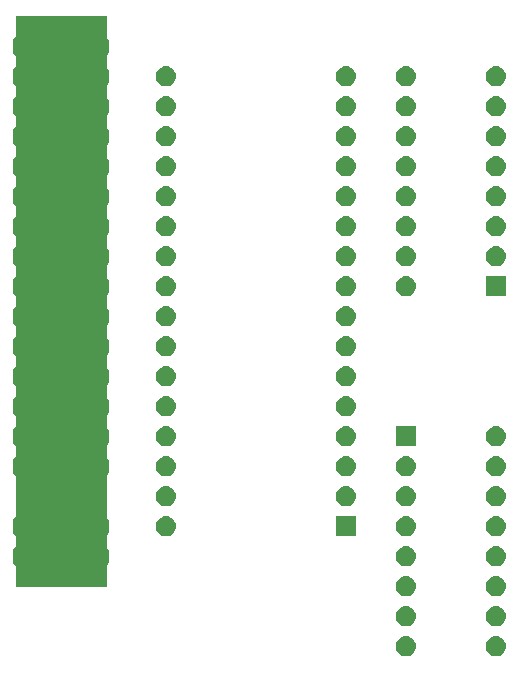
<source format=gbs>
G04 #@! TF.GenerationSoftware,KiCad,Pcbnew,(5.1.2-1)-1*
G04 #@! TF.CreationDate,2023-07-30T19:32:53+02:00*
G04 #@! TF.ProjectId,cart32bbs,63617274-3332-4626-9273-2e6b69636164,rev?*
G04 #@! TF.SameCoordinates,Original*
G04 #@! TF.FileFunction,Soldermask,Bot*
G04 #@! TF.FilePolarity,Negative*
%FSLAX46Y46*%
G04 Gerber Fmt 4.6, Leading zero omitted, Abs format (unit mm)*
G04 Created by KiCad (PCBNEW (5.1.2-1)-1) date 2023-07-30 19:32:53*
%MOMM*%
%LPD*%
G04 APERTURE LIST*
%ADD10C,0.100000*%
G04 APERTURE END LIST*
D10*
G36*
X15240000Y-20320000D02*
G01*
X15240000Y-68580000D01*
X22860000Y-68580000D01*
X22860000Y-20320000D01*
X15240000Y-20320000D01*
G37*
X15240000Y-20320000D02*
X15240000Y-68580000D01*
X22860000Y-68580000D01*
X22860000Y-20320000D01*
X15240000Y-20320000D01*
G36*
X56046823Y-72821313D02*
G01*
X56207242Y-72869976D01*
X56339906Y-72940886D01*
X56355078Y-72948996D01*
X56484659Y-73055341D01*
X56591004Y-73184922D01*
X56591005Y-73184924D01*
X56670024Y-73332758D01*
X56718687Y-73493177D01*
X56735117Y-73660000D01*
X56718687Y-73826823D01*
X56670024Y-73987242D01*
X56599114Y-74119906D01*
X56591004Y-74135078D01*
X56484659Y-74264659D01*
X56355078Y-74371004D01*
X56355076Y-74371005D01*
X56207242Y-74450024D01*
X56046823Y-74498687D01*
X55921804Y-74511000D01*
X55838196Y-74511000D01*
X55713177Y-74498687D01*
X55552758Y-74450024D01*
X55404924Y-74371005D01*
X55404922Y-74371004D01*
X55275341Y-74264659D01*
X55168996Y-74135078D01*
X55160886Y-74119906D01*
X55089976Y-73987242D01*
X55041313Y-73826823D01*
X55024883Y-73660000D01*
X55041313Y-73493177D01*
X55089976Y-73332758D01*
X55168995Y-73184924D01*
X55168996Y-73184922D01*
X55275341Y-73055341D01*
X55404922Y-72948996D01*
X55420094Y-72940886D01*
X55552758Y-72869976D01*
X55713177Y-72821313D01*
X55838196Y-72809000D01*
X55921804Y-72809000D01*
X56046823Y-72821313D01*
X56046823Y-72821313D01*
G37*
G36*
X48426823Y-72821313D02*
G01*
X48587242Y-72869976D01*
X48719906Y-72940886D01*
X48735078Y-72948996D01*
X48864659Y-73055341D01*
X48971004Y-73184922D01*
X48971005Y-73184924D01*
X49050024Y-73332758D01*
X49098687Y-73493177D01*
X49115117Y-73660000D01*
X49098687Y-73826823D01*
X49050024Y-73987242D01*
X48979114Y-74119906D01*
X48971004Y-74135078D01*
X48864659Y-74264659D01*
X48735078Y-74371004D01*
X48735076Y-74371005D01*
X48587242Y-74450024D01*
X48426823Y-74498687D01*
X48301804Y-74511000D01*
X48218196Y-74511000D01*
X48093177Y-74498687D01*
X47932758Y-74450024D01*
X47784924Y-74371005D01*
X47784922Y-74371004D01*
X47655341Y-74264659D01*
X47548996Y-74135078D01*
X47540886Y-74119906D01*
X47469976Y-73987242D01*
X47421313Y-73826823D01*
X47404883Y-73660000D01*
X47421313Y-73493177D01*
X47469976Y-73332758D01*
X47548995Y-73184924D01*
X47548996Y-73184922D01*
X47655341Y-73055341D01*
X47784922Y-72948996D01*
X47800094Y-72940886D01*
X47932758Y-72869976D01*
X48093177Y-72821313D01*
X48218196Y-72809000D01*
X48301804Y-72809000D01*
X48426823Y-72821313D01*
X48426823Y-72821313D01*
G37*
G36*
X56046823Y-70281313D02*
G01*
X56207242Y-70329976D01*
X56339906Y-70400886D01*
X56355078Y-70408996D01*
X56484659Y-70515341D01*
X56591004Y-70644922D01*
X56591005Y-70644924D01*
X56670024Y-70792758D01*
X56718687Y-70953177D01*
X56735117Y-71120000D01*
X56718687Y-71286823D01*
X56670024Y-71447242D01*
X56599114Y-71579906D01*
X56591004Y-71595078D01*
X56484659Y-71724659D01*
X56355078Y-71831004D01*
X56355076Y-71831005D01*
X56207242Y-71910024D01*
X56046823Y-71958687D01*
X55921804Y-71971000D01*
X55838196Y-71971000D01*
X55713177Y-71958687D01*
X55552758Y-71910024D01*
X55404924Y-71831005D01*
X55404922Y-71831004D01*
X55275341Y-71724659D01*
X55168996Y-71595078D01*
X55160886Y-71579906D01*
X55089976Y-71447242D01*
X55041313Y-71286823D01*
X55024883Y-71120000D01*
X55041313Y-70953177D01*
X55089976Y-70792758D01*
X55168995Y-70644924D01*
X55168996Y-70644922D01*
X55275341Y-70515341D01*
X55404922Y-70408996D01*
X55420094Y-70400886D01*
X55552758Y-70329976D01*
X55713177Y-70281313D01*
X55838196Y-70269000D01*
X55921804Y-70269000D01*
X56046823Y-70281313D01*
X56046823Y-70281313D01*
G37*
G36*
X48426823Y-70281313D02*
G01*
X48587242Y-70329976D01*
X48719906Y-70400886D01*
X48735078Y-70408996D01*
X48864659Y-70515341D01*
X48971004Y-70644922D01*
X48971005Y-70644924D01*
X49050024Y-70792758D01*
X49098687Y-70953177D01*
X49115117Y-71120000D01*
X49098687Y-71286823D01*
X49050024Y-71447242D01*
X48979114Y-71579906D01*
X48971004Y-71595078D01*
X48864659Y-71724659D01*
X48735078Y-71831004D01*
X48735076Y-71831005D01*
X48587242Y-71910024D01*
X48426823Y-71958687D01*
X48301804Y-71971000D01*
X48218196Y-71971000D01*
X48093177Y-71958687D01*
X47932758Y-71910024D01*
X47784924Y-71831005D01*
X47784922Y-71831004D01*
X47655341Y-71724659D01*
X47548996Y-71595078D01*
X47540886Y-71579906D01*
X47469976Y-71447242D01*
X47421313Y-71286823D01*
X47404883Y-71120000D01*
X47421313Y-70953177D01*
X47469976Y-70792758D01*
X47548995Y-70644924D01*
X47548996Y-70644922D01*
X47655341Y-70515341D01*
X47784922Y-70408996D01*
X47800094Y-70400886D01*
X47932758Y-70329976D01*
X48093177Y-70281313D01*
X48218196Y-70269000D01*
X48301804Y-70269000D01*
X48426823Y-70281313D01*
X48426823Y-70281313D01*
G37*
G36*
X56046823Y-67741313D02*
G01*
X56207242Y-67789976D01*
X56339906Y-67860886D01*
X56355078Y-67868996D01*
X56484659Y-67975341D01*
X56591004Y-68104922D01*
X56591005Y-68104924D01*
X56670024Y-68252758D01*
X56718687Y-68413177D01*
X56735117Y-68580000D01*
X56718687Y-68746823D01*
X56670024Y-68907242D01*
X56599114Y-69039906D01*
X56591004Y-69055078D01*
X56484659Y-69184659D01*
X56355078Y-69291004D01*
X56355076Y-69291005D01*
X56207242Y-69370024D01*
X56046823Y-69418687D01*
X55921804Y-69431000D01*
X55838196Y-69431000D01*
X55713177Y-69418687D01*
X55552758Y-69370024D01*
X55404924Y-69291005D01*
X55404922Y-69291004D01*
X55275341Y-69184659D01*
X55168996Y-69055078D01*
X55160886Y-69039906D01*
X55089976Y-68907242D01*
X55041313Y-68746823D01*
X55024883Y-68580000D01*
X55041313Y-68413177D01*
X55089976Y-68252758D01*
X55168995Y-68104924D01*
X55168996Y-68104922D01*
X55275341Y-67975341D01*
X55404922Y-67868996D01*
X55420094Y-67860886D01*
X55552758Y-67789976D01*
X55713177Y-67741313D01*
X55838196Y-67729000D01*
X55921804Y-67729000D01*
X56046823Y-67741313D01*
X56046823Y-67741313D01*
G37*
G36*
X48426823Y-67741313D02*
G01*
X48587242Y-67789976D01*
X48719906Y-67860886D01*
X48735078Y-67868996D01*
X48864659Y-67975341D01*
X48971004Y-68104922D01*
X48971005Y-68104924D01*
X49050024Y-68252758D01*
X49098687Y-68413177D01*
X49115117Y-68580000D01*
X49098687Y-68746823D01*
X49050024Y-68907242D01*
X48979114Y-69039906D01*
X48971004Y-69055078D01*
X48864659Y-69184659D01*
X48735078Y-69291004D01*
X48735076Y-69291005D01*
X48587242Y-69370024D01*
X48426823Y-69418687D01*
X48301804Y-69431000D01*
X48218196Y-69431000D01*
X48093177Y-69418687D01*
X47932758Y-69370024D01*
X47784924Y-69291005D01*
X47784922Y-69291004D01*
X47655341Y-69184659D01*
X47548996Y-69055078D01*
X47540886Y-69039906D01*
X47469976Y-68907242D01*
X47421313Y-68746823D01*
X47404883Y-68580000D01*
X47421313Y-68413177D01*
X47469976Y-68252758D01*
X47548995Y-68104924D01*
X47548996Y-68104922D01*
X47655341Y-67975341D01*
X47784922Y-67868996D01*
X47800094Y-67860886D01*
X47932758Y-67789976D01*
X48093177Y-67741313D01*
X48218196Y-67729000D01*
X48301804Y-67729000D01*
X48426823Y-67741313D01*
X48426823Y-67741313D01*
G37*
G36*
X56046823Y-65201313D02*
G01*
X56207242Y-65249976D01*
X56292426Y-65295508D01*
X56355078Y-65328996D01*
X56484659Y-65435341D01*
X56591004Y-65564922D01*
X56591005Y-65564924D01*
X56670024Y-65712758D01*
X56718687Y-65873177D01*
X56735117Y-66040000D01*
X56718687Y-66206823D01*
X56670024Y-66367242D01*
X56599114Y-66499906D01*
X56591004Y-66515078D01*
X56484659Y-66644659D01*
X56355078Y-66751004D01*
X56355076Y-66751005D01*
X56207242Y-66830024D01*
X56046823Y-66878687D01*
X55921804Y-66891000D01*
X55838196Y-66891000D01*
X55713177Y-66878687D01*
X55552758Y-66830024D01*
X55404924Y-66751005D01*
X55404922Y-66751004D01*
X55275341Y-66644659D01*
X55168996Y-66515078D01*
X55160886Y-66499906D01*
X55089976Y-66367242D01*
X55041313Y-66206823D01*
X55024883Y-66040000D01*
X55041313Y-65873177D01*
X55089976Y-65712758D01*
X55168995Y-65564924D01*
X55168996Y-65564922D01*
X55275341Y-65435341D01*
X55404922Y-65328996D01*
X55467574Y-65295508D01*
X55552758Y-65249976D01*
X55713177Y-65201313D01*
X55838196Y-65189000D01*
X55921804Y-65189000D01*
X56046823Y-65201313D01*
X56046823Y-65201313D01*
G37*
G36*
X48426823Y-65201313D02*
G01*
X48587242Y-65249976D01*
X48672426Y-65295508D01*
X48735078Y-65328996D01*
X48864659Y-65435341D01*
X48971004Y-65564922D01*
X48971005Y-65564924D01*
X49050024Y-65712758D01*
X49098687Y-65873177D01*
X49115117Y-66040000D01*
X49098687Y-66206823D01*
X49050024Y-66367242D01*
X48979114Y-66499906D01*
X48971004Y-66515078D01*
X48864659Y-66644659D01*
X48735078Y-66751004D01*
X48735076Y-66751005D01*
X48587242Y-66830024D01*
X48426823Y-66878687D01*
X48301804Y-66891000D01*
X48218196Y-66891000D01*
X48093177Y-66878687D01*
X47932758Y-66830024D01*
X47784924Y-66751005D01*
X47784922Y-66751004D01*
X47655341Y-66644659D01*
X47548996Y-66515078D01*
X47540886Y-66499906D01*
X47469976Y-66367242D01*
X47421313Y-66206823D01*
X47404883Y-66040000D01*
X47421313Y-65873177D01*
X47469976Y-65712758D01*
X47548995Y-65564924D01*
X47548996Y-65564922D01*
X47655341Y-65435341D01*
X47784922Y-65328996D01*
X47847574Y-65295508D01*
X47932758Y-65249976D01*
X48093177Y-65201313D01*
X48218196Y-65189000D01*
X48301804Y-65189000D01*
X48426823Y-65201313D01*
X48426823Y-65201313D01*
G37*
G36*
X22823993Y-65234203D02*
G01*
X22888411Y-65253744D01*
X22947781Y-65285478D01*
X22999817Y-65328183D01*
X23042522Y-65380219D01*
X23074256Y-65439589D01*
X23093797Y-65504007D01*
X23101000Y-65577140D01*
X23101000Y-66502860D01*
X23093797Y-66575993D01*
X23074256Y-66640411D01*
X23042522Y-66699781D01*
X22999817Y-66751817D01*
X22947781Y-66794522D01*
X22888411Y-66826256D01*
X22823993Y-66845797D01*
X22750860Y-66853000D01*
X15349140Y-66853000D01*
X15276007Y-66845797D01*
X15211589Y-66826256D01*
X15152219Y-66794522D01*
X15100183Y-66751817D01*
X15057478Y-66699781D01*
X15025744Y-66640411D01*
X15006203Y-66575993D01*
X14999000Y-66502860D01*
X14999000Y-65577140D01*
X15006203Y-65504007D01*
X15025744Y-65439589D01*
X15057478Y-65380219D01*
X15100183Y-65328183D01*
X15152219Y-65285478D01*
X15211589Y-65253744D01*
X15276007Y-65234203D01*
X15349140Y-65227000D01*
X22750860Y-65227000D01*
X22823993Y-65234203D01*
X22823993Y-65234203D01*
G37*
G36*
X28106823Y-62661313D02*
G01*
X28267242Y-62709976D01*
X28352426Y-62755508D01*
X28415078Y-62788996D01*
X28544659Y-62895341D01*
X28651004Y-63024922D01*
X28651005Y-63024924D01*
X28730024Y-63172758D01*
X28778687Y-63333177D01*
X28795117Y-63500000D01*
X28778687Y-63666823D01*
X28730024Y-63827242D01*
X28659114Y-63959906D01*
X28651004Y-63975078D01*
X28544659Y-64104659D01*
X28415078Y-64211004D01*
X28415076Y-64211005D01*
X28267242Y-64290024D01*
X28106823Y-64338687D01*
X27981804Y-64351000D01*
X27898196Y-64351000D01*
X27773177Y-64338687D01*
X27612758Y-64290024D01*
X27464924Y-64211005D01*
X27464922Y-64211004D01*
X27335341Y-64104659D01*
X27228996Y-63975078D01*
X27220886Y-63959906D01*
X27149976Y-63827242D01*
X27101313Y-63666823D01*
X27084883Y-63500000D01*
X27101313Y-63333177D01*
X27149976Y-63172758D01*
X27228995Y-63024924D01*
X27228996Y-63024922D01*
X27335341Y-62895341D01*
X27464922Y-62788996D01*
X27527574Y-62755508D01*
X27612758Y-62709976D01*
X27773177Y-62661313D01*
X27898196Y-62649000D01*
X27981804Y-62649000D01*
X28106823Y-62661313D01*
X28106823Y-62661313D01*
G37*
G36*
X56046823Y-62661313D02*
G01*
X56207242Y-62709976D01*
X56292426Y-62755508D01*
X56355078Y-62788996D01*
X56484659Y-62895341D01*
X56591004Y-63024922D01*
X56591005Y-63024924D01*
X56670024Y-63172758D01*
X56718687Y-63333177D01*
X56735117Y-63500000D01*
X56718687Y-63666823D01*
X56670024Y-63827242D01*
X56599114Y-63959906D01*
X56591004Y-63975078D01*
X56484659Y-64104659D01*
X56355078Y-64211004D01*
X56355076Y-64211005D01*
X56207242Y-64290024D01*
X56046823Y-64338687D01*
X55921804Y-64351000D01*
X55838196Y-64351000D01*
X55713177Y-64338687D01*
X55552758Y-64290024D01*
X55404924Y-64211005D01*
X55404922Y-64211004D01*
X55275341Y-64104659D01*
X55168996Y-63975078D01*
X55160886Y-63959906D01*
X55089976Y-63827242D01*
X55041313Y-63666823D01*
X55024883Y-63500000D01*
X55041313Y-63333177D01*
X55089976Y-63172758D01*
X55168995Y-63024924D01*
X55168996Y-63024922D01*
X55275341Y-62895341D01*
X55404922Y-62788996D01*
X55467574Y-62755508D01*
X55552758Y-62709976D01*
X55713177Y-62661313D01*
X55838196Y-62649000D01*
X55921804Y-62649000D01*
X56046823Y-62661313D01*
X56046823Y-62661313D01*
G37*
G36*
X48426823Y-62661313D02*
G01*
X48587242Y-62709976D01*
X48672426Y-62755508D01*
X48735078Y-62788996D01*
X48864659Y-62895341D01*
X48971004Y-63024922D01*
X48971005Y-63024924D01*
X49050024Y-63172758D01*
X49098687Y-63333177D01*
X49115117Y-63500000D01*
X49098687Y-63666823D01*
X49050024Y-63827242D01*
X48979114Y-63959906D01*
X48971004Y-63975078D01*
X48864659Y-64104659D01*
X48735078Y-64211004D01*
X48735076Y-64211005D01*
X48587242Y-64290024D01*
X48426823Y-64338687D01*
X48301804Y-64351000D01*
X48218196Y-64351000D01*
X48093177Y-64338687D01*
X47932758Y-64290024D01*
X47784924Y-64211005D01*
X47784922Y-64211004D01*
X47655341Y-64104659D01*
X47548996Y-63975078D01*
X47540886Y-63959906D01*
X47469976Y-63827242D01*
X47421313Y-63666823D01*
X47404883Y-63500000D01*
X47421313Y-63333177D01*
X47469976Y-63172758D01*
X47548995Y-63024924D01*
X47548996Y-63024922D01*
X47655341Y-62895341D01*
X47784922Y-62788996D01*
X47847574Y-62755508D01*
X47932758Y-62709976D01*
X48093177Y-62661313D01*
X48218196Y-62649000D01*
X48301804Y-62649000D01*
X48426823Y-62661313D01*
X48426823Y-62661313D01*
G37*
G36*
X44031000Y-64351000D02*
G01*
X42329000Y-64351000D01*
X42329000Y-62649000D01*
X44031000Y-62649000D01*
X44031000Y-64351000D01*
X44031000Y-64351000D01*
G37*
G36*
X22823993Y-62694203D02*
G01*
X22888411Y-62713744D01*
X22947781Y-62745478D01*
X22999817Y-62788183D01*
X23042522Y-62840219D01*
X23074256Y-62899589D01*
X23093797Y-62964007D01*
X23101000Y-63037140D01*
X23101000Y-63962860D01*
X23093797Y-64035993D01*
X23074256Y-64100411D01*
X23042522Y-64159781D01*
X22999817Y-64211817D01*
X22947781Y-64254522D01*
X22888411Y-64286256D01*
X22823993Y-64305797D01*
X22750860Y-64313000D01*
X15349140Y-64313000D01*
X15276007Y-64305797D01*
X15211589Y-64286256D01*
X15152219Y-64254522D01*
X15100183Y-64211817D01*
X15057478Y-64159781D01*
X15025744Y-64100411D01*
X15006203Y-64035993D01*
X14999000Y-63962860D01*
X14999000Y-63037140D01*
X15006203Y-62964007D01*
X15025744Y-62899589D01*
X15057478Y-62840219D01*
X15100183Y-62788183D01*
X15152219Y-62745478D01*
X15211589Y-62713744D01*
X15276007Y-62694203D01*
X15349140Y-62687000D01*
X22750860Y-62687000D01*
X22823993Y-62694203D01*
X22823993Y-62694203D01*
G37*
G36*
X28106823Y-60121313D02*
G01*
X28267242Y-60169976D01*
X28399906Y-60240886D01*
X28415078Y-60248996D01*
X28544659Y-60355341D01*
X28651004Y-60484922D01*
X28651005Y-60484924D01*
X28730024Y-60632758D01*
X28778687Y-60793177D01*
X28795117Y-60960000D01*
X28778687Y-61126823D01*
X28730024Y-61287242D01*
X28659114Y-61419906D01*
X28651004Y-61435078D01*
X28544659Y-61564659D01*
X28415078Y-61671004D01*
X28415076Y-61671005D01*
X28267242Y-61750024D01*
X28106823Y-61798687D01*
X27981804Y-61811000D01*
X27898196Y-61811000D01*
X27773177Y-61798687D01*
X27612758Y-61750024D01*
X27464924Y-61671005D01*
X27464922Y-61671004D01*
X27335341Y-61564659D01*
X27228996Y-61435078D01*
X27220886Y-61419906D01*
X27149976Y-61287242D01*
X27101313Y-61126823D01*
X27084883Y-60960000D01*
X27101313Y-60793177D01*
X27149976Y-60632758D01*
X27228995Y-60484924D01*
X27228996Y-60484922D01*
X27335341Y-60355341D01*
X27464922Y-60248996D01*
X27480094Y-60240886D01*
X27612758Y-60169976D01*
X27773177Y-60121313D01*
X27898196Y-60109000D01*
X27981804Y-60109000D01*
X28106823Y-60121313D01*
X28106823Y-60121313D01*
G37*
G36*
X48426823Y-60121313D02*
G01*
X48587242Y-60169976D01*
X48719906Y-60240886D01*
X48735078Y-60248996D01*
X48864659Y-60355341D01*
X48971004Y-60484922D01*
X48971005Y-60484924D01*
X49050024Y-60632758D01*
X49098687Y-60793177D01*
X49115117Y-60960000D01*
X49098687Y-61126823D01*
X49050024Y-61287242D01*
X48979114Y-61419906D01*
X48971004Y-61435078D01*
X48864659Y-61564659D01*
X48735078Y-61671004D01*
X48735076Y-61671005D01*
X48587242Y-61750024D01*
X48426823Y-61798687D01*
X48301804Y-61811000D01*
X48218196Y-61811000D01*
X48093177Y-61798687D01*
X47932758Y-61750024D01*
X47784924Y-61671005D01*
X47784922Y-61671004D01*
X47655341Y-61564659D01*
X47548996Y-61435078D01*
X47540886Y-61419906D01*
X47469976Y-61287242D01*
X47421313Y-61126823D01*
X47404883Y-60960000D01*
X47421313Y-60793177D01*
X47469976Y-60632758D01*
X47548995Y-60484924D01*
X47548996Y-60484922D01*
X47655341Y-60355341D01*
X47784922Y-60248996D01*
X47800094Y-60240886D01*
X47932758Y-60169976D01*
X48093177Y-60121313D01*
X48218196Y-60109000D01*
X48301804Y-60109000D01*
X48426823Y-60121313D01*
X48426823Y-60121313D01*
G37*
G36*
X56046823Y-60121313D02*
G01*
X56207242Y-60169976D01*
X56339906Y-60240886D01*
X56355078Y-60248996D01*
X56484659Y-60355341D01*
X56591004Y-60484922D01*
X56591005Y-60484924D01*
X56670024Y-60632758D01*
X56718687Y-60793177D01*
X56735117Y-60960000D01*
X56718687Y-61126823D01*
X56670024Y-61287242D01*
X56599114Y-61419906D01*
X56591004Y-61435078D01*
X56484659Y-61564659D01*
X56355078Y-61671004D01*
X56355076Y-61671005D01*
X56207242Y-61750024D01*
X56046823Y-61798687D01*
X55921804Y-61811000D01*
X55838196Y-61811000D01*
X55713177Y-61798687D01*
X55552758Y-61750024D01*
X55404924Y-61671005D01*
X55404922Y-61671004D01*
X55275341Y-61564659D01*
X55168996Y-61435078D01*
X55160886Y-61419906D01*
X55089976Y-61287242D01*
X55041313Y-61126823D01*
X55024883Y-60960000D01*
X55041313Y-60793177D01*
X55089976Y-60632758D01*
X55168995Y-60484924D01*
X55168996Y-60484922D01*
X55275341Y-60355341D01*
X55404922Y-60248996D01*
X55420094Y-60240886D01*
X55552758Y-60169976D01*
X55713177Y-60121313D01*
X55838196Y-60109000D01*
X55921804Y-60109000D01*
X56046823Y-60121313D01*
X56046823Y-60121313D01*
G37*
G36*
X43346823Y-60121313D02*
G01*
X43507242Y-60169976D01*
X43639906Y-60240886D01*
X43655078Y-60248996D01*
X43784659Y-60355341D01*
X43891004Y-60484922D01*
X43891005Y-60484924D01*
X43970024Y-60632758D01*
X44018687Y-60793177D01*
X44035117Y-60960000D01*
X44018687Y-61126823D01*
X43970024Y-61287242D01*
X43899114Y-61419906D01*
X43891004Y-61435078D01*
X43784659Y-61564659D01*
X43655078Y-61671004D01*
X43655076Y-61671005D01*
X43507242Y-61750024D01*
X43346823Y-61798687D01*
X43221804Y-61811000D01*
X43138196Y-61811000D01*
X43013177Y-61798687D01*
X42852758Y-61750024D01*
X42704924Y-61671005D01*
X42704922Y-61671004D01*
X42575341Y-61564659D01*
X42468996Y-61435078D01*
X42460886Y-61419906D01*
X42389976Y-61287242D01*
X42341313Y-61126823D01*
X42324883Y-60960000D01*
X42341313Y-60793177D01*
X42389976Y-60632758D01*
X42468995Y-60484924D01*
X42468996Y-60484922D01*
X42575341Y-60355341D01*
X42704922Y-60248996D01*
X42720094Y-60240886D01*
X42852758Y-60169976D01*
X43013177Y-60121313D01*
X43138196Y-60109000D01*
X43221804Y-60109000D01*
X43346823Y-60121313D01*
X43346823Y-60121313D01*
G37*
G36*
X56046823Y-57581313D02*
G01*
X56207242Y-57629976D01*
X56292426Y-57675508D01*
X56355078Y-57708996D01*
X56484659Y-57815341D01*
X56591004Y-57944922D01*
X56591005Y-57944924D01*
X56670024Y-58092758D01*
X56718687Y-58253177D01*
X56735117Y-58420000D01*
X56718687Y-58586823D01*
X56670024Y-58747242D01*
X56599114Y-58879906D01*
X56591004Y-58895078D01*
X56484659Y-59024659D01*
X56355078Y-59131004D01*
X56355076Y-59131005D01*
X56207242Y-59210024D01*
X56046823Y-59258687D01*
X55921804Y-59271000D01*
X55838196Y-59271000D01*
X55713177Y-59258687D01*
X55552758Y-59210024D01*
X55404924Y-59131005D01*
X55404922Y-59131004D01*
X55275341Y-59024659D01*
X55168996Y-58895078D01*
X55160886Y-58879906D01*
X55089976Y-58747242D01*
X55041313Y-58586823D01*
X55024883Y-58420000D01*
X55041313Y-58253177D01*
X55089976Y-58092758D01*
X55168995Y-57944924D01*
X55168996Y-57944922D01*
X55275341Y-57815341D01*
X55404922Y-57708996D01*
X55467574Y-57675508D01*
X55552758Y-57629976D01*
X55713177Y-57581313D01*
X55838196Y-57569000D01*
X55921804Y-57569000D01*
X56046823Y-57581313D01*
X56046823Y-57581313D01*
G37*
G36*
X48426823Y-57581313D02*
G01*
X48587242Y-57629976D01*
X48672426Y-57675508D01*
X48735078Y-57708996D01*
X48864659Y-57815341D01*
X48971004Y-57944922D01*
X48971005Y-57944924D01*
X49050024Y-58092758D01*
X49098687Y-58253177D01*
X49115117Y-58420000D01*
X49098687Y-58586823D01*
X49050024Y-58747242D01*
X48979114Y-58879906D01*
X48971004Y-58895078D01*
X48864659Y-59024659D01*
X48735078Y-59131004D01*
X48735076Y-59131005D01*
X48587242Y-59210024D01*
X48426823Y-59258687D01*
X48301804Y-59271000D01*
X48218196Y-59271000D01*
X48093177Y-59258687D01*
X47932758Y-59210024D01*
X47784924Y-59131005D01*
X47784922Y-59131004D01*
X47655341Y-59024659D01*
X47548996Y-58895078D01*
X47540886Y-58879906D01*
X47469976Y-58747242D01*
X47421313Y-58586823D01*
X47404883Y-58420000D01*
X47421313Y-58253177D01*
X47469976Y-58092758D01*
X47548995Y-57944924D01*
X47548996Y-57944922D01*
X47655341Y-57815341D01*
X47784922Y-57708996D01*
X47847574Y-57675508D01*
X47932758Y-57629976D01*
X48093177Y-57581313D01*
X48218196Y-57569000D01*
X48301804Y-57569000D01*
X48426823Y-57581313D01*
X48426823Y-57581313D01*
G37*
G36*
X43346823Y-57581313D02*
G01*
X43507242Y-57629976D01*
X43592426Y-57675508D01*
X43655078Y-57708996D01*
X43784659Y-57815341D01*
X43891004Y-57944922D01*
X43891005Y-57944924D01*
X43970024Y-58092758D01*
X44018687Y-58253177D01*
X44035117Y-58420000D01*
X44018687Y-58586823D01*
X43970024Y-58747242D01*
X43899114Y-58879906D01*
X43891004Y-58895078D01*
X43784659Y-59024659D01*
X43655078Y-59131004D01*
X43655076Y-59131005D01*
X43507242Y-59210024D01*
X43346823Y-59258687D01*
X43221804Y-59271000D01*
X43138196Y-59271000D01*
X43013177Y-59258687D01*
X42852758Y-59210024D01*
X42704924Y-59131005D01*
X42704922Y-59131004D01*
X42575341Y-59024659D01*
X42468996Y-58895078D01*
X42460886Y-58879906D01*
X42389976Y-58747242D01*
X42341313Y-58586823D01*
X42324883Y-58420000D01*
X42341313Y-58253177D01*
X42389976Y-58092758D01*
X42468995Y-57944924D01*
X42468996Y-57944922D01*
X42575341Y-57815341D01*
X42704922Y-57708996D01*
X42767574Y-57675508D01*
X42852758Y-57629976D01*
X43013177Y-57581313D01*
X43138196Y-57569000D01*
X43221804Y-57569000D01*
X43346823Y-57581313D01*
X43346823Y-57581313D01*
G37*
G36*
X28106823Y-57581313D02*
G01*
X28267242Y-57629976D01*
X28352426Y-57675508D01*
X28415078Y-57708996D01*
X28544659Y-57815341D01*
X28651004Y-57944922D01*
X28651005Y-57944924D01*
X28730024Y-58092758D01*
X28778687Y-58253177D01*
X28795117Y-58420000D01*
X28778687Y-58586823D01*
X28730024Y-58747242D01*
X28659114Y-58879906D01*
X28651004Y-58895078D01*
X28544659Y-59024659D01*
X28415078Y-59131004D01*
X28415076Y-59131005D01*
X28267242Y-59210024D01*
X28106823Y-59258687D01*
X27981804Y-59271000D01*
X27898196Y-59271000D01*
X27773177Y-59258687D01*
X27612758Y-59210024D01*
X27464924Y-59131005D01*
X27464922Y-59131004D01*
X27335341Y-59024659D01*
X27228996Y-58895078D01*
X27220886Y-58879906D01*
X27149976Y-58747242D01*
X27101313Y-58586823D01*
X27084883Y-58420000D01*
X27101313Y-58253177D01*
X27149976Y-58092758D01*
X27228995Y-57944924D01*
X27228996Y-57944922D01*
X27335341Y-57815341D01*
X27464922Y-57708996D01*
X27527574Y-57675508D01*
X27612758Y-57629976D01*
X27773177Y-57581313D01*
X27898196Y-57569000D01*
X27981804Y-57569000D01*
X28106823Y-57581313D01*
X28106823Y-57581313D01*
G37*
G36*
X22823993Y-57614203D02*
G01*
X22888411Y-57633744D01*
X22947781Y-57665478D01*
X22999817Y-57708183D01*
X23042522Y-57760219D01*
X23074256Y-57819589D01*
X23093797Y-57884007D01*
X23101000Y-57957140D01*
X23101000Y-58882860D01*
X23093797Y-58955993D01*
X23074256Y-59020411D01*
X23042522Y-59079781D01*
X22999817Y-59131817D01*
X22947781Y-59174522D01*
X22888411Y-59206256D01*
X22823993Y-59225797D01*
X22750860Y-59233000D01*
X15349140Y-59233000D01*
X15276007Y-59225797D01*
X15211589Y-59206256D01*
X15152219Y-59174522D01*
X15100183Y-59131817D01*
X15057478Y-59079781D01*
X15025744Y-59020411D01*
X15006203Y-58955993D01*
X14999000Y-58882860D01*
X14999000Y-57957140D01*
X15006203Y-57884007D01*
X15025744Y-57819589D01*
X15057478Y-57760219D01*
X15100183Y-57708183D01*
X15152219Y-57665478D01*
X15211589Y-57633744D01*
X15276007Y-57614203D01*
X15349140Y-57607000D01*
X22750860Y-57607000D01*
X22823993Y-57614203D01*
X22823993Y-57614203D01*
G37*
G36*
X49111000Y-56731000D02*
G01*
X47409000Y-56731000D01*
X47409000Y-55029000D01*
X49111000Y-55029000D01*
X49111000Y-56731000D01*
X49111000Y-56731000D01*
G37*
G36*
X56046823Y-55041313D02*
G01*
X56207242Y-55089976D01*
X56292426Y-55135508D01*
X56355078Y-55168996D01*
X56484659Y-55275341D01*
X56591004Y-55404922D01*
X56591005Y-55404924D01*
X56670024Y-55552758D01*
X56718687Y-55713177D01*
X56735117Y-55880000D01*
X56718687Y-56046823D01*
X56670024Y-56207242D01*
X56599114Y-56339906D01*
X56591004Y-56355078D01*
X56484659Y-56484659D01*
X56355078Y-56591004D01*
X56355076Y-56591005D01*
X56207242Y-56670024D01*
X56046823Y-56718687D01*
X55921804Y-56731000D01*
X55838196Y-56731000D01*
X55713177Y-56718687D01*
X55552758Y-56670024D01*
X55404924Y-56591005D01*
X55404922Y-56591004D01*
X55275341Y-56484659D01*
X55168996Y-56355078D01*
X55160886Y-56339906D01*
X55089976Y-56207242D01*
X55041313Y-56046823D01*
X55024883Y-55880000D01*
X55041313Y-55713177D01*
X55089976Y-55552758D01*
X55168995Y-55404924D01*
X55168996Y-55404922D01*
X55275341Y-55275341D01*
X55404922Y-55168996D01*
X55467574Y-55135508D01*
X55552758Y-55089976D01*
X55713177Y-55041313D01*
X55838196Y-55029000D01*
X55921804Y-55029000D01*
X56046823Y-55041313D01*
X56046823Y-55041313D01*
G37*
G36*
X43346823Y-55041313D02*
G01*
X43507242Y-55089976D01*
X43592426Y-55135508D01*
X43655078Y-55168996D01*
X43784659Y-55275341D01*
X43891004Y-55404922D01*
X43891005Y-55404924D01*
X43970024Y-55552758D01*
X44018687Y-55713177D01*
X44035117Y-55880000D01*
X44018687Y-56046823D01*
X43970024Y-56207242D01*
X43899114Y-56339906D01*
X43891004Y-56355078D01*
X43784659Y-56484659D01*
X43655078Y-56591004D01*
X43655076Y-56591005D01*
X43507242Y-56670024D01*
X43346823Y-56718687D01*
X43221804Y-56731000D01*
X43138196Y-56731000D01*
X43013177Y-56718687D01*
X42852758Y-56670024D01*
X42704924Y-56591005D01*
X42704922Y-56591004D01*
X42575341Y-56484659D01*
X42468996Y-56355078D01*
X42460886Y-56339906D01*
X42389976Y-56207242D01*
X42341313Y-56046823D01*
X42324883Y-55880000D01*
X42341313Y-55713177D01*
X42389976Y-55552758D01*
X42468995Y-55404924D01*
X42468996Y-55404922D01*
X42575341Y-55275341D01*
X42704922Y-55168996D01*
X42767574Y-55135508D01*
X42852758Y-55089976D01*
X43013177Y-55041313D01*
X43138196Y-55029000D01*
X43221804Y-55029000D01*
X43346823Y-55041313D01*
X43346823Y-55041313D01*
G37*
G36*
X28106823Y-55041313D02*
G01*
X28267242Y-55089976D01*
X28352426Y-55135508D01*
X28415078Y-55168996D01*
X28544659Y-55275341D01*
X28651004Y-55404922D01*
X28651005Y-55404924D01*
X28730024Y-55552758D01*
X28778687Y-55713177D01*
X28795117Y-55880000D01*
X28778687Y-56046823D01*
X28730024Y-56207242D01*
X28659114Y-56339906D01*
X28651004Y-56355078D01*
X28544659Y-56484659D01*
X28415078Y-56591004D01*
X28415076Y-56591005D01*
X28267242Y-56670024D01*
X28106823Y-56718687D01*
X27981804Y-56731000D01*
X27898196Y-56731000D01*
X27773177Y-56718687D01*
X27612758Y-56670024D01*
X27464924Y-56591005D01*
X27464922Y-56591004D01*
X27335341Y-56484659D01*
X27228996Y-56355078D01*
X27220886Y-56339906D01*
X27149976Y-56207242D01*
X27101313Y-56046823D01*
X27084883Y-55880000D01*
X27101313Y-55713177D01*
X27149976Y-55552758D01*
X27228995Y-55404924D01*
X27228996Y-55404922D01*
X27335341Y-55275341D01*
X27464922Y-55168996D01*
X27527574Y-55135508D01*
X27612758Y-55089976D01*
X27773177Y-55041313D01*
X27898196Y-55029000D01*
X27981804Y-55029000D01*
X28106823Y-55041313D01*
X28106823Y-55041313D01*
G37*
G36*
X22823993Y-55074203D02*
G01*
X22888411Y-55093744D01*
X22947781Y-55125478D01*
X22999817Y-55168183D01*
X23042522Y-55220219D01*
X23074256Y-55279589D01*
X23093797Y-55344007D01*
X23101000Y-55417140D01*
X23101000Y-56342860D01*
X23093797Y-56415993D01*
X23074256Y-56480411D01*
X23042522Y-56539781D01*
X22999817Y-56591817D01*
X22947781Y-56634522D01*
X22888411Y-56666256D01*
X22823993Y-56685797D01*
X22750860Y-56693000D01*
X15349140Y-56693000D01*
X15276007Y-56685797D01*
X15211589Y-56666256D01*
X15152219Y-56634522D01*
X15100183Y-56591817D01*
X15057478Y-56539781D01*
X15025744Y-56480411D01*
X15006203Y-56415993D01*
X14999000Y-56342860D01*
X14999000Y-55417140D01*
X15006203Y-55344007D01*
X15025744Y-55279589D01*
X15057478Y-55220219D01*
X15100183Y-55168183D01*
X15152219Y-55125478D01*
X15211589Y-55093744D01*
X15276007Y-55074203D01*
X15349140Y-55067000D01*
X22750860Y-55067000D01*
X22823993Y-55074203D01*
X22823993Y-55074203D01*
G37*
G36*
X28106823Y-52501313D02*
G01*
X28267242Y-52549976D01*
X28352426Y-52595508D01*
X28415078Y-52628996D01*
X28544659Y-52735341D01*
X28651004Y-52864922D01*
X28651005Y-52864924D01*
X28730024Y-53012758D01*
X28778687Y-53173177D01*
X28795117Y-53340000D01*
X28778687Y-53506823D01*
X28730024Y-53667242D01*
X28659114Y-53799906D01*
X28651004Y-53815078D01*
X28544659Y-53944659D01*
X28415078Y-54051004D01*
X28415076Y-54051005D01*
X28267242Y-54130024D01*
X28106823Y-54178687D01*
X27981804Y-54191000D01*
X27898196Y-54191000D01*
X27773177Y-54178687D01*
X27612758Y-54130024D01*
X27464924Y-54051005D01*
X27464922Y-54051004D01*
X27335341Y-53944659D01*
X27228996Y-53815078D01*
X27220886Y-53799906D01*
X27149976Y-53667242D01*
X27101313Y-53506823D01*
X27084883Y-53340000D01*
X27101313Y-53173177D01*
X27149976Y-53012758D01*
X27228995Y-52864924D01*
X27228996Y-52864922D01*
X27335341Y-52735341D01*
X27464922Y-52628996D01*
X27527574Y-52595508D01*
X27612758Y-52549976D01*
X27773177Y-52501313D01*
X27898196Y-52489000D01*
X27981804Y-52489000D01*
X28106823Y-52501313D01*
X28106823Y-52501313D01*
G37*
G36*
X43346823Y-52501313D02*
G01*
X43507242Y-52549976D01*
X43592426Y-52595508D01*
X43655078Y-52628996D01*
X43784659Y-52735341D01*
X43891004Y-52864922D01*
X43891005Y-52864924D01*
X43970024Y-53012758D01*
X44018687Y-53173177D01*
X44035117Y-53340000D01*
X44018687Y-53506823D01*
X43970024Y-53667242D01*
X43899114Y-53799906D01*
X43891004Y-53815078D01*
X43784659Y-53944659D01*
X43655078Y-54051004D01*
X43655076Y-54051005D01*
X43507242Y-54130024D01*
X43346823Y-54178687D01*
X43221804Y-54191000D01*
X43138196Y-54191000D01*
X43013177Y-54178687D01*
X42852758Y-54130024D01*
X42704924Y-54051005D01*
X42704922Y-54051004D01*
X42575341Y-53944659D01*
X42468996Y-53815078D01*
X42460886Y-53799906D01*
X42389976Y-53667242D01*
X42341313Y-53506823D01*
X42324883Y-53340000D01*
X42341313Y-53173177D01*
X42389976Y-53012758D01*
X42468995Y-52864924D01*
X42468996Y-52864922D01*
X42575341Y-52735341D01*
X42704922Y-52628996D01*
X42767574Y-52595508D01*
X42852758Y-52549976D01*
X43013177Y-52501313D01*
X43138196Y-52489000D01*
X43221804Y-52489000D01*
X43346823Y-52501313D01*
X43346823Y-52501313D01*
G37*
G36*
X22823993Y-52534203D02*
G01*
X22888411Y-52553744D01*
X22947781Y-52585478D01*
X22999817Y-52628183D01*
X23042522Y-52680219D01*
X23074256Y-52739589D01*
X23093797Y-52804007D01*
X23101000Y-52877140D01*
X23101000Y-53802860D01*
X23093797Y-53875993D01*
X23074256Y-53940411D01*
X23042522Y-53999781D01*
X22999817Y-54051817D01*
X22947781Y-54094522D01*
X22888411Y-54126256D01*
X22823993Y-54145797D01*
X22750860Y-54153000D01*
X15349140Y-54153000D01*
X15276007Y-54145797D01*
X15211589Y-54126256D01*
X15152219Y-54094522D01*
X15100183Y-54051817D01*
X15057478Y-53999781D01*
X15025744Y-53940411D01*
X15006203Y-53875993D01*
X14999000Y-53802860D01*
X14999000Y-52877140D01*
X15006203Y-52804007D01*
X15025744Y-52739589D01*
X15057478Y-52680219D01*
X15100183Y-52628183D01*
X15152219Y-52585478D01*
X15211589Y-52553744D01*
X15276007Y-52534203D01*
X15349140Y-52527000D01*
X22750860Y-52527000D01*
X22823993Y-52534203D01*
X22823993Y-52534203D01*
G37*
G36*
X43346823Y-49961313D02*
G01*
X43507242Y-50009976D01*
X43592426Y-50055508D01*
X43655078Y-50088996D01*
X43784659Y-50195341D01*
X43891004Y-50324922D01*
X43891005Y-50324924D01*
X43970024Y-50472758D01*
X44018687Y-50633177D01*
X44035117Y-50800000D01*
X44018687Y-50966823D01*
X43970024Y-51127242D01*
X43899114Y-51259906D01*
X43891004Y-51275078D01*
X43784659Y-51404659D01*
X43655078Y-51511004D01*
X43655076Y-51511005D01*
X43507242Y-51590024D01*
X43346823Y-51638687D01*
X43221804Y-51651000D01*
X43138196Y-51651000D01*
X43013177Y-51638687D01*
X42852758Y-51590024D01*
X42704924Y-51511005D01*
X42704922Y-51511004D01*
X42575341Y-51404659D01*
X42468996Y-51275078D01*
X42460886Y-51259906D01*
X42389976Y-51127242D01*
X42341313Y-50966823D01*
X42324883Y-50800000D01*
X42341313Y-50633177D01*
X42389976Y-50472758D01*
X42468995Y-50324924D01*
X42468996Y-50324922D01*
X42575341Y-50195341D01*
X42704922Y-50088996D01*
X42767574Y-50055508D01*
X42852758Y-50009976D01*
X43013177Y-49961313D01*
X43138196Y-49949000D01*
X43221804Y-49949000D01*
X43346823Y-49961313D01*
X43346823Y-49961313D01*
G37*
G36*
X28106823Y-49961313D02*
G01*
X28267242Y-50009976D01*
X28352426Y-50055508D01*
X28415078Y-50088996D01*
X28544659Y-50195341D01*
X28651004Y-50324922D01*
X28651005Y-50324924D01*
X28730024Y-50472758D01*
X28778687Y-50633177D01*
X28795117Y-50800000D01*
X28778687Y-50966823D01*
X28730024Y-51127242D01*
X28659114Y-51259906D01*
X28651004Y-51275078D01*
X28544659Y-51404659D01*
X28415078Y-51511004D01*
X28415076Y-51511005D01*
X28267242Y-51590024D01*
X28106823Y-51638687D01*
X27981804Y-51651000D01*
X27898196Y-51651000D01*
X27773177Y-51638687D01*
X27612758Y-51590024D01*
X27464924Y-51511005D01*
X27464922Y-51511004D01*
X27335341Y-51404659D01*
X27228996Y-51275078D01*
X27220886Y-51259906D01*
X27149976Y-51127242D01*
X27101313Y-50966823D01*
X27084883Y-50800000D01*
X27101313Y-50633177D01*
X27149976Y-50472758D01*
X27228995Y-50324924D01*
X27228996Y-50324922D01*
X27335341Y-50195341D01*
X27464922Y-50088996D01*
X27527574Y-50055508D01*
X27612758Y-50009976D01*
X27773177Y-49961313D01*
X27898196Y-49949000D01*
X27981804Y-49949000D01*
X28106823Y-49961313D01*
X28106823Y-49961313D01*
G37*
G36*
X22823993Y-49994203D02*
G01*
X22888411Y-50013744D01*
X22947781Y-50045478D01*
X22999817Y-50088183D01*
X23042522Y-50140219D01*
X23074256Y-50199589D01*
X23093797Y-50264007D01*
X23101000Y-50337140D01*
X23101000Y-51262860D01*
X23093797Y-51335993D01*
X23074256Y-51400411D01*
X23042522Y-51459781D01*
X22999817Y-51511817D01*
X22947781Y-51554522D01*
X22888411Y-51586256D01*
X22823993Y-51605797D01*
X22750860Y-51613000D01*
X15349140Y-51613000D01*
X15276007Y-51605797D01*
X15211589Y-51586256D01*
X15152219Y-51554522D01*
X15100183Y-51511817D01*
X15057478Y-51459781D01*
X15025744Y-51400411D01*
X15006203Y-51335993D01*
X14999000Y-51262860D01*
X14999000Y-50337140D01*
X15006203Y-50264007D01*
X15025744Y-50199589D01*
X15057478Y-50140219D01*
X15100183Y-50088183D01*
X15152219Y-50045478D01*
X15211589Y-50013744D01*
X15276007Y-49994203D01*
X15349140Y-49987000D01*
X22750860Y-49987000D01*
X22823993Y-49994203D01*
X22823993Y-49994203D01*
G37*
G36*
X28106823Y-47421313D02*
G01*
X28267242Y-47469976D01*
X28352426Y-47515508D01*
X28415078Y-47548996D01*
X28544659Y-47655341D01*
X28651004Y-47784922D01*
X28651005Y-47784924D01*
X28730024Y-47932758D01*
X28778687Y-48093177D01*
X28795117Y-48260000D01*
X28778687Y-48426823D01*
X28730024Y-48587242D01*
X28659114Y-48719906D01*
X28651004Y-48735078D01*
X28544659Y-48864659D01*
X28415078Y-48971004D01*
X28415076Y-48971005D01*
X28267242Y-49050024D01*
X28106823Y-49098687D01*
X27981804Y-49111000D01*
X27898196Y-49111000D01*
X27773177Y-49098687D01*
X27612758Y-49050024D01*
X27464924Y-48971005D01*
X27464922Y-48971004D01*
X27335341Y-48864659D01*
X27228996Y-48735078D01*
X27220886Y-48719906D01*
X27149976Y-48587242D01*
X27101313Y-48426823D01*
X27084883Y-48260000D01*
X27101313Y-48093177D01*
X27149976Y-47932758D01*
X27228995Y-47784924D01*
X27228996Y-47784922D01*
X27335341Y-47655341D01*
X27464922Y-47548996D01*
X27527574Y-47515508D01*
X27612758Y-47469976D01*
X27773177Y-47421313D01*
X27898196Y-47409000D01*
X27981804Y-47409000D01*
X28106823Y-47421313D01*
X28106823Y-47421313D01*
G37*
G36*
X43346823Y-47421313D02*
G01*
X43507242Y-47469976D01*
X43592426Y-47515508D01*
X43655078Y-47548996D01*
X43784659Y-47655341D01*
X43891004Y-47784922D01*
X43891005Y-47784924D01*
X43970024Y-47932758D01*
X44018687Y-48093177D01*
X44035117Y-48260000D01*
X44018687Y-48426823D01*
X43970024Y-48587242D01*
X43899114Y-48719906D01*
X43891004Y-48735078D01*
X43784659Y-48864659D01*
X43655078Y-48971004D01*
X43655076Y-48971005D01*
X43507242Y-49050024D01*
X43346823Y-49098687D01*
X43221804Y-49111000D01*
X43138196Y-49111000D01*
X43013177Y-49098687D01*
X42852758Y-49050024D01*
X42704924Y-48971005D01*
X42704922Y-48971004D01*
X42575341Y-48864659D01*
X42468996Y-48735078D01*
X42460886Y-48719906D01*
X42389976Y-48587242D01*
X42341313Y-48426823D01*
X42324883Y-48260000D01*
X42341313Y-48093177D01*
X42389976Y-47932758D01*
X42468995Y-47784924D01*
X42468996Y-47784922D01*
X42575341Y-47655341D01*
X42704922Y-47548996D01*
X42767574Y-47515508D01*
X42852758Y-47469976D01*
X43013177Y-47421313D01*
X43138196Y-47409000D01*
X43221804Y-47409000D01*
X43346823Y-47421313D01*
X43346823Y-47421313D01*
G37*
G36*
X22823993Y-47454203D02*
G01*
X22888411Y-47473744D01*
X22947781Y-47505478D01*
X22999817Y-47548183D01*
X23042522Y-47600219D01*
X23074256Y-47659589D01*
X23093797Y-47724007D01*
X23101000Y-47797140D01*
X23101000Y-48722860D01*
X23093797Y-48795993D01*
X23074256Y-48860411D01*
X23042522Y-48919781D01*
X22999817Y-48971817D01*
X22947781Y-49014522D01*
X22888411Y-49046256D01*
X22823993Y-49065797D01*
X22750860Y-49073000D01*
X15349140Y-49073000D01*
X15276007Y-49065797D01*
X15211589Y-49046256D01*
X15152219Y-49014522D01*
X15100183Y-48971817D01*
X15057478Y-48919781D01*
X15025744Y-48860411D01*
X15006203Y-48795993D01*
X14999000Y-48722860D01*
X14999000Y-47797140D01*
X15006203Y-47724007D01*
X15025744Y-47659589D01*
X15057478Y-47600219D01*
X15100183Y-47548183D01*
X15152219Y-47505478D01*
X15211589Y-47473744D01*
X15276007Y-47454203D01*
X15349140Y-47447000D01*
X22750860Y-47447000D01*
X22823993Y-47454203D01*
X22823993Y-47454203D01*
G37*
G36*
X28106823Y-44881313D02*
G01*
X28267242Y-44929976D01*
X28352426Y-44975508D01*
X28415078Y-45008996D01*
X28544659Y-45115341D01*
X28651004Y-45244922D01*
X28651005Y-45244924D01*
X28730024Y-45392758D01*
X28778687Y-45553177D01*
X28795117Y-45720000D01*
X28778687Y-45886823D01*
X28730024Y-46047242D01*
X28659114Y-46179906D01*
X28651004Y-46195078D01*
X28544659Y-46324659D01*
X28415078Y-46431004D01*
X28415076Y-46431005D01*
X28267242Y-46510024D01*
X28106823Y-46558687D01*
X27981804Y-46571000D01*
X27898196Y-46571000D01*
X27773177Y-46558687D01*
X27612758Y-46510024D01*
X27464924Y-46431005D01*
X27464922Y-46431004D01*
X27335341Y-46324659D01*
X27228996Y-46195078D01*
X27220886Y-46179906D01*
X27149976Y-46047242D01*
X27101313Y-45886823D01*
X27084883Y-45720000D01*
X27101313Y-45553177D01*
X27149976Y-45392758D01*
X27228995Y-45244924D01*
X27228996Y-45244922D01*
X27335341Y-45115341D01*
X27464922Y-45008996D01*
X27527574Y-44975508D01*
X27612758Y-44929976D01*
X27773177Y-44881313D01*
X27898196Y-44869000D01*
X27981804Y-44869000D01*
X28106823Y-44881313D01*
X28106823Y-44881313D01*
G37*
G36*
X43346823Y-44881313D02*
G01*
X43507242Y-44929976D01*
X43592426Y-44975508D01*
X43655078Y-45008996D01*
X43784659Y-45115341D01*
X43891004Y-45244922D01*
X43891005Y-45244924D01*
X43970024Y-45392758D01*
X44018687Y-45553177D01*
X44035117Y-45720000D01*
X44018687Y-45886823D01*
X43970024Y-46047242D01*
X43899114Y-46179906D01*
X43891004Y-46195078D01*
X43784659Y-46324659D01*
X43655078Y-46431004D01*
X43655076Y-46431005D01*
X43507242Y-46510024D01*
X43346823Y-46558687D01*
X43221804Y-46571000D01*
X43138196Y-46571000D01*
X43013177Y-46558687D01*
X42852758Y-46510024D01*
X42704924Y-46431005D01*
X42704922Y-46431004D01*
X42575341Y-46324659D01*
X42468996Y-46195078D01*
X42460886Y-46179906D01*
X42389976Y-46047242D01*
X42341313Y-45886823D01*
X42324883Y-45720000D01*
X42341313Y-45553177D01*
X42389976Y-45392758D01*
X42468995Y-45244924D01*
X42468996Y-45244922D01*
X42575341Y-45115341D01*
X42704922Y-45008996D01*
X42767574Y-44975508D01*
X42852758Y-44929976D01*
X43013177Y-44881313D01*
X43138196Y-44869000D01*
X43221804Y-44869000D01*
X43346823Y-44881313D01*
X43346823Y-44881313D01*
G37*
G36*
X22823993Y-44914203D02*
G01*
X22888411Y-44933744D01*
X22947781Y-44965478D01*
X22999817Y-45008183D01*
X23042522Y-45060219D01*
X23074256Y-45119589D01*
X23093797Y-45184007D01*
X23101000Y-45257140D01*
X23101000Y-46182860D01*
X23093797Y-46255993D01*
X23074256Y-46320411D01*
X23042522Y-46379781D01*
X22999817Y-46431817D01*
X22947781Y-46474522D01*
X22888411Y-46506256D01*
X22823993Y-46525797D01*
X22750860Y-46533000D01*
X15349140Y-46533000D01*
X15276007Y-46525797D01*
X15211589Y-46506256D01*
X15152219Y-46474522D01*
X15100183Y-46431817D01*
X15057478Y-46379781D01*
X15025744Y-46320411D01*
X15006203Y-46255993D01*
X14999000Y-46182860D01*
X14999000Y-45257140D01*
X15006203Y-45184007D01*
X15025744Y-45119589D01*
X15057478Y-45060219D01*
X15100183Y-45008183D01*
X15152219Y-44965478D01*
X15211589Y-44933744D01*
X15276007Y-44914203D01*
X15349140Y-44907000D01*
X22750860Y-44907000D01*
X22823993Y-44914203D01*
X22823993Y-44914203D01*
G37*
G36*
X48426823Y-42341313D02*
G01*
X48587242Y-42389976D01*
X48672426Y-42435508D01*
X48735078Y-42468996D01*
X48864659Y-42575341D01*
X48971004Y-42704922D01*
X48971005Y-42704924D01*
X49050024Y-42852758D01*
X49098687Y-43013177D01*
X49115117Y-43180000D01*
X49098687Y-43346823D01*
X49050024Y-43507242D01*
X48979114Y-43639906D01*
X48971004Y-43655078D01*
X48864659Y-43784659D01*
X48735078Y-43891004D01*
X48735076Y-43891005D01*
X48587242Y-43970024D01*
X48426823Y-44018687D01*
X48301804Y-44031000D01*
X48218196Y-44031000D01*
X48093177Y-44018687D01*
X47932758Y-43970024D01*
X47784924Y-43891005D01*
X47784922Y-43891004D01*
X47655341Y-43784659D01*
X47548996Y-43655078D01*
X47540886Y-43639906D01*
X47469976Y-43507242D01*
X47421313Y-43346823D01*
X47404883Y-43180000D01*
X47421313Y-43013177D01*
X47469976Y-42852758D01*
X47548995Y-42704924D01*
X47548996Y-42704922D01*
X47655341Y-42575341D01*
X47784922Y-42468996D01*
X47847574Y-42435508D01*
X47932758Y-42389976D01*
X48093177Y-42341313D01*
X48218196Y-42329000D01*
X48301804Y-42329000D01*
X48426823Y-42341313D01*
X48426823Y-42341313D01*
G37*
G36*
X56731000Y-44031000D02*
G01*
X55029000Y-44031000D01*
X55029000Y-42329000D01*
X56731000Y-42329000D01*
X56731000Y-44031000D01*
X56731000Y-44031000D01*
G37*
G36*
X43346823Y-42341313D02*
G01*
X43507242Y-42389976D01*
X43592426Y-42435508D01*
X43655078Y-42468996D01*
X43784659Y-42575341D01*
X43891004Y-42704922D01*
X43891005Y-42704924D01*
X43970024Y-42852758D01*
X44018687Y-43013177D01*
X44035117Y-43180000D01*
X44018687Y-43346823D01*
X43970024Y-43507242D01*
X43899114Y-43639906D01*
X43891004Y-43655078D01*
X43784659Y-43784659D01*
X43655078Y-43891004D01*
X43655076Y-43891005D01*
X43507242Y-43970024D01*
X43346823Y-44018687D01*
X43221804Y-44031000D01*
X43138196Y-44031000D01*
X43013177Y-44018687D01*
X42852758Y-43970024D01*
X42704924Y-43891005D01*
X42704922Y-43891004D01*
X42575341Y-43784659D01*
X42468996Y-43655078D01*
X42460886Y-43639906D01*
X42389976Y-43507242D01*
X42341313Y-43346823D01*
X42324883Y-43180000D01*
X42341313Y-43013177D01*
X42389976Y-42852758D01*
X42468995Y-42704924D01*
X42468996Y-42704922D01*
X42575341Y-42575341D01*
X42704922Y-42468996D01*
X42767574Y-42435508D01*
X42852758Y-42389976D01*
X43013177Y-42341313D01*
X43138196Y-42329000D01*
X43221804Y-42329000D01*
X43346823Y-42341313D01*
X43346823Y-42341313D01*
G37*
G36*
X28106823Y-42341313D02*
G01*
X28267242Y-42389976D01*
X28352426Y-42435508D01*
X28415078Y-42468996D01*
X28544659Y-42575341D01*
X28651004Y-42704922D01*
X28651005Y-42704924D01*
X28730024Y-42852758D01*
X28778687Y-43013177D01*
X28795117Y-43180000D01*
X28778687Y-43346823D01*
X28730024Y-43507242D01*
X28659114Y-43639906D01*
X28651004Y-43655078D01*
X28544659Y-43784659D01*
X28415078Y-43891004D01*
X28415076Y-43891005D01*
X28267242Y-43970024D01*
X28106823Y-44018687D01*
X27981804Y-44031000D01*
X27898196Y-44031000D01*
X27773177Y-44018687D01*
X27612758Y-43970024D01*
X27464924Y-43891005D01*
X27464922Y-43891004D01*
X27335341Y-43784659D01*
X27228996Y-43655078D01*
X27220886Y-43639906D01*
X27149976Y-43507242D01*
X27101313Y-43346823D01*
X27084883Y-43180000D01*
X27101313Y-43013177D01*
X27149976Y-42852758D01*
X27228995Y-42704924D01*
X27228996Y-42704922D01*
X27335341Y-42575341D01*
X27464922Y-42468996D01*
X27527574Y-42435508D01*
X27612758Y-42389976D01*
X27773177Y-42341313D01*
X27898196Y-42329000D01*
X27981804Y-42329000D01*
X28106823Y-42341313D01*
X28106823Y-42341313D01*
G37*
G36*
X22823993Y-42374203D02*
G01*
X22888411Y-42393744D01*
X22947781Y-42425478D01*
X22999817Y-42468183D01*
X23042522Y-42520219D01*
X23074256Y-42579589D01*
X23093797Y-42644007D01*
X23101000Y-42717140D01*
X23101000Y-43642860D01*
X23093797Y-43715993D01*
X23074256Y-43780411D01*
X23042522Y-43839781D01*
X22999817Y-43891817D01*
X22947781Y-43934522D01*
X22888411Y-43966256D01*
X22823993Y-43985797D01*
X22750860Y-43993000D01*
X15349140Y-43993000D01*
X15276007Y-43985797D01*
X15211589Y-43966256D01*
X15152219Y-43934522D01*
X15100183Y-43891817D01*
X15057478Y-43839781D01*
X15025744Y-43780411D01*
X15006203Y-43715993D01*
X14999000Y-43642860D01*
X14999000Y-42717140D01*
X15006203Y-42644007D01*
X15025744Y-42579589D01*
X15057478Y-42520219D01*
X15100183Y-42468183D01*
X15152219Y-42425478D01*
X15211589Y-42393744D01*
X15276007Y-42374203D01*
X15349140Y-42367000D01*
X22750860Y-42367000D01*
X22823993Y-42374203D01*
X22823993Y-42374203D01*
G37*
G36*
X48426823Y-39801313D02*
G01*
X48587242Y-39849976D01*
X48672426Y-39895508D01*
X48735078Y-39928996D01*
X48864659Y-40035341D01*
X48971004Y-40164922D01*
X48971005Y-40164924D01*
X49050024Y-40312758D01*
X49098687Y-40473177D01*
X49115117Y-40640000D01*
X49098687Y-40806823D01*
X49050024Y-40967242D01*
X48979114Y-41099906D01*
X48971004Y-41115078D01*
X48864659Y-41244659D01*
X48735078Y-41351004D01*
X48735076Y-41351005D01*
X48587242Y-41430024D01*
X48426823Y-41478687D01*
X48301804Y-41491000D01*
X48218196Y-41491000D01*
X48093177Y-41478687D01*
X47932758Y-41430024D01*
X47784924Y-41351005D01*
X47784922Y-41351004D01*
X47655341Y-41244659D01*
X47548996Y-41115078D01*
X47540886Y-41099906D01*
X47469976Y-40967242D01*
X47421313Y-40806823D01*
X47404883Y-40640000D01*
X47421313Y-40473177D01*
X47469976Y-40312758D01*
X47548995Y-40164924D01*
X47548996Y-40164922D01*
X47655341Y-40035341D01*
X47784922Y-39928996D01*
X47847574Y-39895508D01*
X47932758Y-39849976D01*
X48093177Y-39801313D01*
X48218196Y-39789000D01*
X48301804Y-39789000D01*
X48426823Y-39801313D01*
X48426823Y-39801313D01*
G37*
G36*
X56046823Y-39801313D02*
G01*
X56207242Y-39849976D01*
X56292426Y-39895508D01*
X56355078Y-39928996D01*
X56484659Y-40035341D01*
X56591004Y-40164922D01*
X56591005Y-40164924D01*
X56670024Y-40312758D01*
X56718687Y-40473177D01*
X56735117Y-40640000D01*
X56718687Y-40806823D01*
X56670024Y-40967242D01*
X56599114Y-41099906D01*
X56591004Y-41115078D01*
X56484659Y-41244659D01*
X56355078Y-41351004D01*
X56355076Y-41351005D01*
X56207242Y-41430024D01*
X56046823Y-41478687D01*
X55921804Y-41491000D01*
X55838196Y-41491000D01*
X55713177Y-41478687D01*
X55552758Y-41430024D01*
X55404924Y-41351005D01*
X55404922Y-41351004D01*
X55275341Y-41244659D01*
X55168996Y-41115078D01*
X55160886Y-41099906D01*
X55089976Y-40967242D01*
X55041313Y-40806823D01*
X55024883Y-40640000D01*
X55041313Y-40473177D01*
X55089976Y-40312758D01*
X55168995Y-40164924D01*
X55168996Y-40164922D01*
X55275341Y-40035341D01*
X55404922Y-39928996D01*
X55467574Y-39895508D01*
X55552758Y-39849976D01*
X55713177Y-39801313D01*
X55838196Y-39789000D01*
X55921804Y-39789000D01*
X56046823Y-39801313D01*
X56046823Y-39801313D01*
G37*
G36*
X43346823Y-39801313D02*
G01*
X43507242Y-39849976D01*
X43592426Y-39895508D01*
X43655078Y-39928996D01*
X43784659Y-40035341D01*
X43891004Y-40164922D01*
X43891005Y-40164924D01*
X43970024Y-40312758D01*
X44018687Y-40473177D01*
X44035117Y-40640000D01*
X44018687Y-40806823D01*
X43970024Y-40967242D01*
X43899114Y-41099906D01*
X43891004Y-41115078D01*
X43784659Y-41244659D01*
X43655078Y-41351004D01*
X43655076Y-41351005D01*
X43507242Y-41430024D01*
X43346823Y-41478687D01*
X43221804Y-41491000D01*
X43138196Y-41491000D01*
X43013177Y-41478687D01*
X42852758Y-41430024D01*
X42704924Y-41351005D01*
X42704922Y-41351004D01*
X42575341Y-41244659D01*
X42468996Y-41115078D01*
X42460886Y-41099906D01*
X42389976Y-40967242D01*
X42341313Y-40806823D01*
X42324883Y-40640000D01*
X42341313Y-40473177D01*
X42389976Y-40312758D01*
X42468995Y-40164924D01*
X42468996Y-40164922D01*
X42575341Y-40035341D01*
X42704922Y-39928996D01*
X42767574Y-39895508D01*
X42852758Y-39849976D01*
X43013177Y-39801313D01*
X43138196Y-39789000D01*
X43221804Y-39789000D01*
X43346823Y-39801313D01*
X43346823Y-39801313D01*
G37*
G36*
X28106823Y-39801313D02*
G01*
X28267242Y-39849976D01*
X28352426Y-39895508D01*
X28415078Y-39928996D01*
X28544659Y-40035341D01*
X28651004Y-40164922D01*
X28651005Y-40164924D01*
X28730024Y-40312758D01*
X28778687Y-40473177D01*
X28795117Y-40640000D01*
X28778687Y-40806823D01*
X28730024Y-40967242D01*
X28659114Y-41099906D01*
X28651004Y-41115078D01*
X28544659Y-41244659D01*
X28415078Y-41351004D01*
X28415076Y-41351005D01*
X28267242Y-41430024D01*
X28106823Y-41478687D01*
X27981804Y-41491000D01*
X27898196Y-41491000D01*
X27773177Y-41478687D01*
X27612758Y-41430024D01*
X27464924Y-41351005D01*
X27464922Y-41351004D01*
X27335341Y-41244659D01*
X27228996Y-41115078D01*
X27220886Y-41099906D01*
X27149976Y-40967242D01*
X27101313Y-40806823D01*
X27084883Y-40640000D01*
X27101313Y-40473177D01*
X27149976Y-40312758D01*
X27228995Y-40164924D01*
X27228996Y-40164922D01*
X27335341Y-40035341D01*
X27464922Y-39928996D01*
X27527574Y-39895508D01*
X27612758Y-39849976D01*
X27773177Y-39801313D01*
X27898196Y-39789000D01*
X27981804Y-39789000D01*
X28106823Y-39801313D01*
X28106823Y-39801313D01*
G37*
G36*
X22823993Y-39834203D02*
G01*
X22888411Y-39853744D01*
X22947781Y-39885478D01*
X22999817Y-39928183D01*
X23042522Y-39980219D01*
X23074256Y-40039589D01*
X23093797Y-40104007D01*
X23101000Y-40177140D01*
X23101000Y-41102860D01*
X23093797Y-41175993D01*
X23074256Y-41240411D01*
X23042522Y-41299781D01*
X22999817Y-41351817D01*
X22947781Y-41394522D01*
X22888411Y-41426256D01*
X22823993Y-41445797D01*
X22750860Y-41453000D01*
X15349140Y-41453000D01*
X15276007Y-41445797D01*
X15211589Y-41426256D01*
X15152219Y-41394522D01*
X15100183Y-41351817D01*
X15057478Y-41299781D01*
X15025744Y-41240411D01*
X15006203Y-41175993D01*
X14999000Y-41102860D01*
X14999000Y-40177140D01*
X15006203Y-40104007D01*
X15025744Y-40039589D01*
X15057478Y-39980219D01*
X15100183Y-39928183D01*
X15152219Y-39885478D01*
X15211589Y-39853744D01*
X15276007Y-39834203D01*
X15349140Y-39827000D01*
X22750860Y-39827000D01*
X22823993Y-39834203D01*
X22823993Y-39834203D01*
G37*
G36*
X43346823Y-37261313D02*
G01*
X43507242Y-37309976D01*
X43592426Y-37355508D01*
X43655078Y-37388996D01*
X43784659Y-37495341D01*
X43891004Y-37624922D01*
X43891005Y-37624924D01*
X43970024Y-37772758D01*
X44018687Y-37933177D01*
X44035117Y-38100000D01*
X44018687Y-38266823D01*
X43970024Y-38427242D01*
X43899114Y-38559906D01*
X43891004Y-38575078D01*
X43784659Y-38704659D01*
X43655078Y-38811004D01*
X43655076Y-38811005D01*
X43507242Y-38890024D01*
X43346823Y-38938687D01*
X43221804Y-38951000D01*
X43138196Y-38951000D01*
X43013177Y-38938687D01*
X42852758Y-38890024D01*
X42704924Y-38811005D01*
X42704922Y-38811004D01*
X42575341Y-38704659D01*
X42468996Y-38575078D01*
X42460886Y-38559906D01*
X42389976Y-38427242D01*
X42341313Y-38266823D01*
X42324883Y-38100000D01*
X42341313Y-37933177D01*
X42389976Y-37772758D01*
X42468995Y-37624924D01*
X42468996Y-37624922D01*
X42575341Y-37495341D01*
X42704922Y-37388996D01*
X42767574Y-37355508D01*
X42852758Y-37309976D01*
X43013177Y-37261313D01*
X43138196Y-37249000D01*
X43221804Y-37249000D01*
X43346823Y-37261313D01*
X43346823Y-37261313D01*
G37*
G36*
X28106823Y-37261313D02*
G01*
X28267242Y-37309976D01*
X28352426Y-37355508D01*
X28415078Y-37388996D01*
X28544659Y-37495341D01*
X28651004Y-37624922D01*
X28651005Y-37624924D01*
X28730024Y-37772758D01*
X28778687Y-37933177D01*
X28795117Y-38100000D01*
X28778687Y-38266823D01*
X28730024Y-38427242D01*
X28659114Y-38559906D01*
X28651004Y-38575078D01*
X28544659Y-38704659D01*
X28415078Y-38811004D01*
X28415076Y-38811005D01*
X28267242Y-38890024D01*
X28106823Y-38938687D01*
X27981804Y-38951000D01*
X27898196Y-38951000D01*
X27773177Y-38938687D01*
X27612758Y-38890024D01*
X27464924Y-38811005D01*
X27464922Y-38811004D01*
X27335341Y-38704659D01*
X27228996Y-38575078D01*
X27220886Y-38559906D01*
X27149976Y-38427242D01*
X27101313Y-38266823D01*
X27084883Y-38100000D01*
X27101313Y-37933177D01*
X27149976Y-37772758D01*
X27228995Y-37624924D01*
X27228996Y-37624922D01*
X27335341Y-37495341D01*
X27464922Y-37388996D01*
X27527574Y-37355508D01*
X27612758Y-37309976D01*
X27773177Y-37261313D01*
X27898196Y-37249000D01*
X27981804Y-37249000D01*
X28106823Y-37261313D01*
X28106823Y-37261313D01*
G37*
G36*
X48426823Y-37261313D02*
G01*
X48587242Y-37309976D01*
X48672426Y-37355508D01*
X48735078Y-37388996D01*
X48864659Y-37495341D01*
X48971004Y-37624922D01*
X48971005Y-37624924D01*
X49050024Y-37772758D01*
X49098687Y-37933177D01*
X49115117Y-38100000D01*
X49098687Y-38266823D01*
X49050024Y-38427242D01*
X48979114Y-38559906D01*
X48971004Y-38575078D01*
X48864659Y-38704659D01*
X48735078Y-38811004D01*
X48735076Y-38811005D01*
X48587242Y-38890024D01*
X48426823Y-38938687D01*
X48301804Y-38951000D01*
X48218196Y-38951000D01*
X48093177Y-38938687D01*
X47932758Y-38890024D01*
X47784924Y-38811005D01*
X47784922Y-38811004D01*
X47655341Y-38704659D01*
X47548996Y-38575078D01*
X47540886Y-38559906D01*
X47469976Y-38427242D01*
X47421313Y-38266823D01*
X47404883Y-38100000D01*
X47421313Y-37933177D01*
X47469976Y-37772758D01*
X47548995Y-37624924D01*
X47548996Y-37624922D01*
X47655341Y-37495341D01*
X47784922Y-37388996D01*
X47847574Y-37355508D01*
X47932758Y-37309976D01*
X48093177Y-37261313D01*
X48218196Y-37249000D01*
X48301804Y-37249000D01*
X48426823Y-37261313D01*
X48426823Y-37261313D01*
G37*
G36*
X56046823Y-37261313D02*
G01*
X56207242Y-37309976D01*
X56292426Y-37355508D01*
X56355078Y-37388996D01*
X56484659Y-37495341D01*
X56591004Y-37624922D01*
X56591005Y-37624924D01*
X56670024Y-37772758D01*
X56718687Y-37933177D01*
X56735117Y-38100000D01*
X56718687Y-38266823D01*
X56670024Y-38427242D01*
X56599114Y-38559906D01*
X56591004Y-38575078D01*
X56484659Y-38704659D01*
X56355078Y-38811004D01*
X56355076Y-38811005D01*
X56207242Y-38890024D01*
X56046823Y-38938687D01*
X55921804Y-38951000D01*
X55838196Y-38951000D01*
X55713177Y-38938687D01*
X55552758Y-38890024D01*
X55404924Y-38811005D01*
X55404922Y-38811004D01*
X55275341Y-38704659D01*
X55168996Y-38575078D01*
X55160886Y-38559906D01*
X55089976Y-38427242D01*
X55041313Y-38266823D01*
X55024883Y-38100000D01*
X55041313Y-37933177D01*
X55089976Y-37772758D01*
X55168995Y-37624924D01*
X55168996Y-37624922D01*
X55275341Y-37495341D01*
X55404922Y-37388996D01*
X55467574Y-37355508D01*
X55552758Y-37309976D01*
X55713177Y-37261313D01*
X55838196Y-37249000D01*
X55921804Y-37249000D01*
X56046823Y-37261313D01*
X56046823Y-37261313D01*
G37*
G36*
X22823993Y-37294203D02*
G01*
X22888411Y-37313744D01*
X22947781Y-37345478D01*
X22999817Y-37388183D01*
X23042522Y-37440219D01*
X23074256Y-37499589D01*
X23093797Y-37564007D01*
X23101000Y-37637140D01*
X23101000Y-38562860D01*
X23093797Y-38635993D01*
X23074256Y-38700411D01*
X23042522Y-38759781D01*
X22999817Y-38811817D01*
X22947781Y-38854522D01*
X22888411Y-38886256D01*
X22823993Y-38905797D01*
X22750860Y-38913000D01*
X15349140Y-38913000D01*
X15276007Y-38905797D01*
X15211589Y-38886256D01*
X15152219Y-38854522D01*
X15100183Y-38811817D01*
X15057478Y-38759781D01*
X15025744Y-38700411D01*
X15006203Y-38635993D01*
X14999000Y-38562860D01*
X14999000Y-37637140D01*
X15006203Y-37564007D01*
X15025744Y-37499589D01*
X15057478Y-37440219D01*
X15100183Y-37388183D01*
X15152219Y-37345478D01*
X15211589Y-37313744D01*
X15276007Y-37294203D01*
X15349140Y-37287000D01*
X22750860Y-37287000D01*
X22823993Y-37294203D01*
X22823993Y-37294203D01*
G37*
G36*
X43346823Y-34721313D02*
G01*
X43507242Y-34769976D01*
X43592426Y-34815508D01*
X43655078Y-34848996D01*
X43784659Y-34955341D01*
X43891004Y-35084922D01*
X43891005Y-35084924D01*
X43970024Y-35232758D01*
X44018687Y-35393177D01*
X44035117Y-35560000D01*
X44018687Y-35726823D01*
X43970024Y-35887242D01*
X43899114Y-36019906D01*
X43891004Y-36035078D01*
X43784659Y-36164659D01*
X43655078Y-36271004D01*
X43655076Y-36271005D01*
X43507242Y-36350024D01*
X43346823Y-36398687D01*
X43221804Y-36411000D01*
X43138196Y-36411000D01*
X43013177Y-36398687D01*
X42852758Y-36350024D01*
X42704924Y-36271005D01*
X42704922Y-36271004D01*
X42575341Y-36164659D01*
X42468996Y-36035078D01*
X42460886Y-36019906D01*
X42389976Y-35887242D01*
X42341313Y-35726823D01*
X42324883Y-35560000D01*
X42341313Y-35393177D01*
X42389976Y-35232758D01*
X42468995Y-35084924D01*
X42468996Y-35084922D01*
X42575341Y-34955341D01*
X42704922Y-34848996D01*
X42767574Y-34815508D01*
X42852758Y-34769976D01*
X43013177Y-34721313D01*
X43138196Y-34709000D01*
X43221804Y-34709000D01*
X43346823Y-34721313D01*
X43346823Y-34721313D01*
G37*
G36*
X28106823Y-34721313D02*
G01*
X28267242Y-34769976D01*
X28352426Y-34815508D01*
X28415078Y-34848996D01*
X28544659Y-34955341D01*
X28651004Y-35084922D01*
X28651005Y-35084924D01*
X28730024Y-35232758D01*
X28778687Y-35393177D01*
X28795117Y-35560000D01*
X28778687Y-35726823D01*
X28730024Y-35887242D01*
X28659114Y-36019906D01*
X28651004Y-36035078D01*
X28544659Y-36164659D01*
X28415078Y-36271004D01*
X28415076Y-36271005D01*
X28267242Y-36350024D01*
X28106823Y-36398687D01*
X27981804Y-36411000D01*
X27898196Y-36411000D01*
X27773177Y-36398687D01*
X27612758Y-36350024D01*
X27464924Y-36271005D01*
X27464922Y-36271004D01*
X27335341Y-36164659D01*
X27228996Y-36035078D01*
X27220886Y-36019906D01*
X27149976Y-35887242D01*
X27101313Y-35726823D01*
X27084883Y-35560000D01*
X27101313Y-35393177D01*
X27149976Y-35232758D01*
X27228995Y-35084924D01*
X27228996Y-35084922D01*
X27335341Y-34955341D01*
X27464922Y-34848996D01*
X27527574Y-34815508D01*
X27612758Y-34769976D01*
X27773177Y-34721313D01*
X27898196Y-34709000D01*
X27981804Y-34709000D01*
X28106823Y-34721313D01*
X28106823Y-34721313D01*
G37*
G36*
X48426823Y-34721313D02*
G01*
X48587242Y-34769976D01*
X48672426Y-34815508D01*
X48735078Y-34848996D01*
X48864659Y-34955341D01*
X48971004Y-35084922D01*
X48971005Y-35084924D01*
X49050024Y-35232758D01*
X49098687Y-35393177D01*
X49115117Y-35560000D01*
X49098687Y-35726823D01*
X49050024Y-35887242D01*
X48979114Y-36019906D01*
X48971004Y-36035078D01*
X48864659Y-36164659D01*
X48735078Y-36271004D01*
X48735076Y-36271005D01*
X48587242Y-36350024D01*
X48426823Y-36398687D01*
X48301804Y-36411000D01*
X48218196Y-36411000D01*
X48093177Y-36398687D01*
X47932758Y-36350024D01*
X47784924Y-36271005D01*
X47784922Y-36271004D01*
X47655341Y-36164659D01*
X47548996Y-36035078D01*
X47540886Y-36019906D01*
X47469976Y-35887242D01*
X47421313Y-35726823D01*
X47404883Y-35560000D01*
X47421313Y-35393177D01*
X47469976Y-35232758D01*
X47548995Y-35084924D01*
X47548996Y-35084922D01*
X47655341Y-34955341D01*
X47784922Y-34848996D01*
X47847574Y-34815508D01*
X47932758Y-34769976D01*
X48093177Y-34721313D01*
X48218196Y-34709000D01*
X48301804Y-34709000D01*
X48426823Y-34721313D01*
X48426823Y-34721313D01*
G37*
G36*
X56046823Y-34721313D02*
G01*
X56207242Y-34769976D01*
X56292426Y-34815508D01*
X56355078Y-34848996D01*
X56484659Y-34955341D01*
X56591004Y-35084922D01*
X56591005Y-35084924D01*
X56670024Y-35232758D01*
X56718687Y-35393177D01*
X56735117Y-35560000D01*
X56718687Y-35726823D01*
X56670024Y-35887242D01*
X56599114Y-36019906D01*
X56591004Y-36035078D01*
X56484659Y-36164659D01*
X56355078Y-36271004D01*
X56355076Y-36271005D01*
X56207242Y-36350024D01*
X56046823Y-36398687D01*
X55921804Y-36411000D01*
X55838196Y-36411000D01*
X55713177Y-36398687D01*
X55552758Y-36350024D01*
X55404924Y-36271005D01*
X55404922Y-36271004D01*
X55275341Y-36164659D01*
X55168996Y-36035078D01*
X55160886Y-36019906D01*
X55089976Y-35887242D01*
X55041313Y-35726823D01*
X55024883Y-35560000D01*
X55041313Y-35393177D01*
X55089976Y-35232758D01*
X55168995Y-35084924D01*
X55168996Y-35084922D01*
X55275341Y-34955341D01*
X55404922Y-34848996D01*
X55467574Y-34815508D01*
X55552758Y-34769976D01*
X55713177Y-34721313D01*
X55838196Y-34709000D01*
X55921804Y-34709000D01*
X56046823Y-34721313D01*
X56046823Y-34721313D01*
G37*
G36*
X22823993Y-34754203D02*
G01*
X22888411Y-34773744D01*
X22947781Y-34805478D01*
X22999817Y-34848183D01*
X23042522Y-34900219D01*
X23074256Y-34959589D01*
X23093797Y-35024007D01*
X23101000Y-35097140D01*
X23101000Y-36022860D01*
X23093797Y-36095993D01*
X23074256Y-36160411D01*
X23042522Y-36219781D01*
X22999817Y-36271817D01*
X22947781Y-36314522D01*
X22888411Y-36346256D01*
X22823993Y-36365797D01*
X22750860Y-36373000D01*
X15349140Y-36373000D01*
X15276007Y-36365797D01*
X15211589Y-36346256D01*
X15152219Y-36314522D01*
X15100183Y-36271817D01*
X15057478Y-36219781D01*
X15025744Y-36160411D01*
X15006203Y-36095993D01*
X14999000Y-36022860D01*
X14999000Y-35097140D01*
X15006203Y-35024007D01*
X15025744Y-34959589D01*
X15057478Y-34900219D01*
X15100183Y-34848183D01*
X15152219Y-34805478D01*
X15211589Y-34773744D01*
X15276007Y-34754203D01*
X15349140Y-34747000D01*
X22750860Y-34747000D01*
X22823993Y-34754203D01*
X22823993Y-34754203D01*
G37*
G36*
X56046823Y-32181313D02*
G01*
X56207242Y-32229976D01*
X56292426Y-32275508D01*
X56355078Y-32308996D01*
X56484659Y-32415341D01*
X56591004Y-32544922D01*
X56591005Y-32544924D01*
X56670024Y-32692758D01*
X56718687Y-32853177D01*
X56735117Y-33020000D01*
X56718687Y-33186823D01*
X56670024Y-33347242D01*
X56599114Y-33479906D01*
X56591004Y-33495078D01*
X56484659Y-33624659D01*
X56355078Y-33731004D01*
X56355076Y-33731005D01*
X56207242Y-33810024D01*
X56046823Y-33858687D01*
X55921804Y-33871000D01*
X55838196Y-33871000D01*
X55713177Y-33858687D01*
X55552758Y-33810024D01*
X55404924Y-33731005D01*
X55404922Y-33731004D01*
X55275341Y-33624659D01*
X55168996Y-33495078D01*
X55160886Y-33479906D01*
X55089976Y-33347242D01*
X55041313Y-33186823D01*
X55024883Y-33020000D01*
X55041313Y-32853177D01*
X55089976Y-32692758D01*
X55168995Y-32544924D01*
X55168996Y-32544922D01*
X55275341Y-32415341D01*
X55404922Y-32308996D01*
X55467574Y-32275508D01*
X55552758Y-32229976D01*
X55713177Y-32181313D01*
X55838196Y-32169000D01*
X55921804Y-32169000D01*
X56046823Y-32181313D01*
X56046823Y-32181313D01*
G37*
G36*
X28106823Y-32181313D02*
G01*
X28267242Y-32229976D01*
X28352426Y-32275508D01*
X28415078Y-32308996D01*
X28544659Y-32415341D01*
X28651004Y-32544922D01*
X28651005Y-32544924D01*
X28730024Y-32692758D01*
X28778687Y-32853177D01*
X28795117Y-33020000D01*
X28778687Y-33186823D01*
X28730024Y-33347242D01*
X28659114Y-33479906D01*
X28651004Y-33495078D01*
X28544659Y-33624659D01*
X28415078Y-33731004D01*
X28415076Y-33731005D01*
X28267242Y-33810024D01*
X28106823Y-33858687D01*
X27981804Y-33871000D01*
X27898196Y-33871000D01*
X27773177Y-33858687D01*
X27612758Y-33810024D01*
X27464924Y-33731005D01*
X27464922Y-33731004D01*
X27335341Y-33624659D01*
X27228996Y-33495078D01*
X27220886Y-33479906D01*
X27149976Y-33347242D01*
X27101313Y-33186823D01*
X27084883Y-33020000D01*
X27101313Y-32853177D01*
X27149976Y-32692758D01*
X27228995Y-32544924D01*
X27228996Y-32544922D01*
X27335341Y-32415341D01*
X27464922Y-32308996D01*
X27527574Y-32275508D01*
X27612758Y-32229976D01*
X27773177Y-32181313D01*
X27898196Y-32169000D01*
X27981804Y-32169000D01*
X28106823Y-32181313D01*
X28106823Y-32181313D01*
G37*
G36*
X43346823Y-32181313D02*
G01*
X43507242Y-32229976D01*
X43592426Y-32275508D01*
X43655078Y-32308996D01*
X43784659Y-32415341D01*
X43891004Y-32544922D01*
X43891005Y-32544924D01*
X43970024Y-32692758D01*
X44018687Y-32853177D01*
X44035117Y-33020000D01*
X44018687Y-33186823D01*
X43970024Y-33347242D01*
X43899114Y-33479906D01*
X43891004Y-33495078D01*
X43784659Y-33624659D01*
X43655078Y-33731004D01*
X43655076Y-33731005D01*
X43507242Y-33810024D01*
X43346823Y-33858687D01*
X43221804Y-33871000D01*
X43138196Y-33871000D01*
X43013177Y-33858687D01*
X42852758Y-33810024D01*
X42704924Y-33731005D01*
X42704922Y-33731004D01*
X42575341Y-33624659D01*
X42468996Y-33495078D01*
X42460886Y-33479906D01*
X42389976Y-33347242D01*
X42341313Y-33186823D01*
X42324883Y-33020000D01*
X42341313Y-32853177D01*
X42389976Y-32692758D01*
X42468995Y-32544924D01*
X42468996Y-32544922D01*
X42575341Y-32415341D01*
X42704922Y-32308996D01*
X42767574Y-32275508D01*
X42852758Y-32229976D01*
X43013177Y-32181313D01*
X43138196Y-32169000D01*
X43221804Y-32169000D01*
X43346823Y-32181313D01*
X43346823Y-32181313D01*
G37*
G36*
X48426823Y-32181313D02*
G01*
X48587242Y-32229976D01*
X48672426Y-32275508D01*
X48735078Y-32308996D01*
X48864659Y-32415341D01*
X48971004Y-32544922D01*
X48971005Y-32544924D01*
X49050024Y-32692758D01*
X49098687Y-32853177D01*
X49115117Y-33020000D01*
X49098687Y-33186823D01*
X49050024Y-33347242D01*
X48979114Y-33479906D01*
X48971004Y-33495078D01*
X48864659Y-33624659D01*
X48735078Y-33731004D01*
X48735076Y-33731005D01*
X48587242Y-33810024D01*
X48426823Y-33858687D01*
X48301804Y-33871000D01*
X48218196Y-33871000D01*
X48093177Y-33858687D01*
X47932758Y-33810024D01*
X47784924Y-33731005D01*
X47784922Y-33731004D01*
X47655341Y-33624659D01*
X47548996Y-33495078D01*
X47540886Y-33479906D01*
X47469976Y-33347242D01*
X47421313Y-33186823D01*
X47404883Y-33020000D01*
X47421313Y-32853177D01*
X47469976Y-32692758D01*
X47548995Y-32544924D01*
X47548996Y-32544922D01*
X47655341Y-32415341D01*
X47784922Y-32308996D01*
X47847574Y-32275508D01*
X47932758Y-32229976D01*
X48093177Y-32181313D01*
X48218196Y-32169000D01*
X48301804Y-32169000D01*
X48426823Y-32181313D01*
X48426823Y-32181313D01*
G37*
G36*
X22823993Y-32214203D02*
G01*
X22888411Y-32233744D01*
X22947781Y-32265478D01*
X22999817Y-32308183D01*
X23042522Y-32360219D01*
X23074256Y-32419589D01*
X23093797Y-32484007D01*
X23101000Y-32557140D01*
X23101000Y-33482860D01*
X23093797Y-33555993D01*
X23074256Y-33620411D01*
X23042522Y-33679781D01*
X22999817Y-33731817D01*
X22947781Y-33774522D01*
X22888411Y-33806256D01*
X22823993Y-33825797D01*
X22750860Y-33833000D01*
X15349140Y-33833000D01*
X15276007Y-33825797D01*
X15211589Y-33806256D01*
X15152219Y-33774522D01*
X15100183Y-33731817D01*
X15057478Y-33679781D01*
X15025744Y-33620411D01*
X15006203Y-33555993D01*
X14999000Y-33482860D01*
X14999000Y-32557140D01*
X15006203Y-32484007D01*
X15025744Y-32419589D01*
X15057478Y-32360219D01*
X15100183Y-32308183D01*
X15152219Y-32265478D01*
X15211589Y-32233744D01*
X15276007Y-32214203D01*
X15349140Y-32207000D01*
X22750860Y-32207000D01*
X22823993Y-32214203D01*
X22823993Y-32214203D01*
G37*
G36*
X28106823Y-29641313D02*
G01*
X28267242Y-29689976D01*
X28352426Y-29735508D01*
X28415078Y-29768996D01*
X28544659Y-29875341D01*
X28651004Y-30004922D01*
X28651005Y-30004924D01*
X28730024Y-30152758D01*
X28778687Y-30313177D01*
X28795117Y-30480000D01*
X28778687Y-30646823D01*
X28730024Y-30807242D01*
X28659114Y-30939906D01*
X28651004Y-30955078D01*
X28544659Y-31084659D01*
X28415078Y-31191004D01*
X28415076Y-31191005D01*
X28267242Y-31270024D01*
X28106823Y-31318687D01*
X27981804Y-31331000D01*
X27898196Y-31331000D01*
X27773177Y-31318687D01*
X27612758Y-31270024D01*
X27464924Y-31191005D01*
X27464922Y-31191004D01*
X27335341Y-31084659D01*
X27228996Y-30955078D01*
X27220886Y-30939906D01*
X27149976Y-30807242D01*
X27101313Y-30646823D01*
X27084883Y-30480000D01*
X27101313Y-30313177D01*
X27149976Y-30152758D01*
X27228995Y-30004924D01*
X27228996Y-30004922D01*
X27335341Y-29875341D01*
X27464922Y-29768996D01*
X27527574Y-29735508D01*
X27612758Y-29689976D01*
X27773177Y-29641313D01*
X27898196Y-29629000D01*
X27981804Y-29629000D01*
X28106823Y-29641313D01*
X28106823Y-29641313D01*
G37*
G36*
X43346823Y-29641313D02*
G01*
X43507242Y-29689976D01*
X43592426Y-29735508D01*
X43655078Y-29768996D01*
X43784659Y-29875341D01*
X43891004Y-30004922D01*
X43891005Y-30004924D01*
X43970024Y-30152758D01*
X44018687Y-30313177D01*
X44035117Y-30480000D01*
X44018687Y-30646823D01*
X43970024Y-30807242D01*
X43899114Y-30939906D01*
X43891004Y-30955078D01*
X43784659Y-31084659D01*
X43655078Y-31191004D01*
X43655076Y-31191005D01*
X43507242Y-31270024D01*
X43346823Y-31318687D01*
X43221804Y-31331000D01*
X43138196Y-31331000D01*
X43013177Y-31318687D01*
X42852758Y-31270024D01*
X42704924Y-31191005D01*
X42704922Y-31191004D01*
X42575341Y-31084659D01*
X42468996Y-30955078D01*
X42460886Y-30939906D01*
X42389976Y-30807242D01*
X42341313Y-30646823D01*
X42324883Y-30480000D01*
X42341313Y-30313177D01*
X42389976Y-30152758D01*
X42468995Y-30004924D01*
X42468996Y-30004922D01*
X42575341Y-29875341D01*
X42704922Y-29768996D01*
X42767574Y-29735508D01*
X42852758Y-29689976D01*
X43013177Y-29641313D01*
X43138196Y-29629000D01*
X43221804Y-29629000D01*
X43346823Y-29641313D01*
X43346823Y-29641313D01*
G37*
G36*
X56046823Y-29641313D02*
G01*
X56207242Y-29689976D01*
X56292426Y-29735508D01*
X56355078Y-29768996D01*
X56484659Y-29875341D01*
X56591004Y-30004922D01*
X56591005Y-30004924D01*
X56670024Y-30152758D01*
X56718687Y-30313177D01*
X56735117Y-30480000D01*
X56718687Y-30646823D01*
X56670024Y-30807242D01*
X56599114Y-30939906D01*
X56591004Y-30955078D01*
X56484659Y-31084659D01*
X56355078Y-31191004D01*
X56355076Y-31191005D01*
X56207242Y-31270024D01*
X56046823Y-31318687D01*
X55921804Y-31331000D01*
X55838196Y-31331000D01*
X55713177Y-31318687D01*
X55552758Y-31270024D01*
X55404924Y-31191005D01*
X55404922Y-31191004D01*
X55275341Y-31084659D01*
X55168996Y-30955078D01*
X55160886Y-30939906D01*
X55089976Y-30807242D01*
X55041313Y-30646823D01*
X55024883Y-30480000D01*
X55041313Y-30313177D01*
X55089976Y-30152758D01*
X55168995Y-30004924D01*
X55168996Y-30004922D01*
X55275341Y-29875341D01*
X55404922Y-29768996D01*
X55467574Y-29735508D01*
X55552758Y-29689976D01*
X55713177Y-29641313D01*
X55838196Y-29629000D01*
X55921804Y-29629000D01*
X56046823Y-29641313D01*
X56046823Y-29641313D01*
G37*
G36*
X48426823Y-29641313D02*
G01*
X48587242Y-29689976D01*
X48672426Y-29735508D01*
X48735078Y-29768996D01*
X48864659Y-29875341D01*
X48971004Y-30004922D01*
X48971005Y-30004924D01*
X49050024Y-30152758D01*
X49098687Y-30313177D01*
X49115117Y-30480000D01*
X49098687Y-30646823D01*
X49050024Y-30807242D01*
X48979114Y-30939906D01*
X48971004Y-30955078D01*
X48864659Y-31084659D01*
X48735078Y-31191004D01*
X48735076Y-31191005D01*
X48587242Y-31270024D01*
X48426823Y-31318687D01*
X48301804Y-31331000D01*
X48218196Y-31331000D01*
X48093177Y-31318687D01*
X47932758Y-31270024D01*
X47784924Y-31191005D01*
X47784922Y-31191004D01*
X47655341Y-31084659D01*
X47548996Y-30955078D01*
X47540886Y-30939906D01*
X47469976Y-30807242D01*
X47421313Y-30646823D01*
X47404883Y-30480000D01*
X47421313Y-30313177D01*
X47469976Y-30152758D01*
X47548995Y-30004924D01*
X47548996Y-30004922D01*
X47655341Y-29875341D01*
X47784922Y-29768996D01*
X47847574Y-29735508D01*
X47932758Y-29689976D01*
X48093177Y-29641313D01*
X48218196Y-29629000D01*
X48301804Y-29629000D01*
X48426823Y-29641313D01*
X48426823Y-29641313D01*
G37*
G36*
X22823993Y-29674203D02*
G01*
X22888411Y-29693744D01*
X22947781Y-29725478D01*
X22999817Y-29768183D01*
X23042522Y-29820219D01*
X23074256Y-29879589D01*
X23093797Y-29944007D01*
X23101000Y-30017140D01*
X23101000Y-30942860D01*
X23093797Y-31015993D01*
X23074256Y-31080411D01*
X23042522Y-31139781D01*
X22999817Y-31191817D01*
X22947781Y-31234522D01*
X22888411Y-31266256D01*
X22823993Y-31285797D01*
X22750860Y-31293000D01*
X15349140Y-31293000D01*
X15276007Y-31285797D01*
X15211589Y-31266256D01*
X15152219Y-31234522D01*
X15100183Y-31191817D01*
X15057478Y-31139781D01*
X15025744Y-31080411D01*
X15006203Y-31015993D01*
X14999000Y-30942860D01*
X14999000Y-30017140D01*
X15006203Y-29944007D01*
X15025744Y-29879589D01*
X15057478Y-29820219D01*
X15100183Y-29768183D01*
X15152219Y-29725478D01*
X15211589Y-29693744D01*
X15276007Y-29674203D01*
X15349140Y-29667000D01*
X22750860Y-29667000D01*
X22823993Y-29674203D01*
X22823993Y-29674203D01*
G37*
G36*
X56046823Y-27101313D02*
G01*
X56207242Y-27149976D01*
X56292426Y-27195508D01*
X56355078Y-27228996D01*
X56484659Y-27335341D01*
X56591004Y-27464922D01*
X56591005Y-27464924D01*
X56670024Y-27612758D01*
X56718687Y-27773177D01*
X56735117Y-27940000D01*
X56718687Y-28106823D01*
X56670024Y-28267242D01*
X56599114Y-28399906D01*
X56591004Y-28415078D01*
X56484659Y-28544659D01*
X56355078Y-28651004D01*
X56355076Y-28651005D01*
X56207242Y-28730024D01*
X56046823Y-28778687D01*
X55921804Y-28791000D01*
X55838196Y-28791000D01*
X55713177Y-28778687D01*
X55552758Y-28730024D01*
X55404924Y-28651005D01*
X55404922Y-28651004D01*
X55275341Y-28544659D01*
X55168996Y-28415078D01*
X55160886Y-28399906D01*
X55089976Y-28267242D01*
X55041313Y-28106823D01*
X55024883Y-27940000D01*
X55041313Y-27773177D01*
X55089976Y-27612758D01*
X55168995Y-27464924D01*
X55168996Y-27464922D01*
X55275341Y-27335341D01*
X55404922Y-27228996D01*
X55467574Y-27195508D01*
X55552758Y-27149976D01*
X55713177Y-27101313D01*
X55838196Y-27089000D01*
X55921804Y-27089000D01*
X56046823Y-27101313D01*
X56046823Y-27101313D01*
G37*
G36*
X48426823Y-27101313D02*
G01*
X48587242Y-27149976D01*
X48672426Y-27195508D01*
X48735078Y-27228996D01*
X48864659Y-27335341D01*
X48971004Y-27464922D01*
X48971005Y-27464924D01*
X49050024Y-27612758D01*
X49098687Y-27773177D01*
X49115117Y-27940000D01*
X49098687Y-28106823D01*
X49050024Y-28267242D01*
X48979114Y-28399906D01*
X48971004Y-28415078D01*
X48864659Y-28544659D01*
X48735078Y-28651004D01*
X48735076Y-28651005D01*
X48587242Y-28730024D01*
X48426823Y-28778687D01*
X48301804Y-28791000D01*
X48218196Y-28791000D01*
X48093177Y-28778687D01*
X47932758Y-28730024D01*
X47784924Y-28651005D01*
X47784922Y-28651004D01*
X47655341Y-28544659D01*
X47548996Y-28415078D01*
X47540886Y-28399906D01*
X47469976Y-28267242D01*
X47421313Y-28106823D01*
X47404883Y-27940000D01*
X47421313Y-27773177D01*
X47469976Y-27612758D01*
X47548995Y-27464924D01*
X47548996Y-27464922D01*
X47655341Y-27335341D01*
X47784922Y-27228996D01*
X47847574Y-27195508D01*
X47932758Y-27149976D01*
X48093177Y-27101313D01*
X48218196Y-27089000D01*
X48301804Y-27089000D01*
X48426823Y-27101313D01*
X48426823Y-27101313D01*
G37*
G36*
X28106823Y-27101313D02*
G01*
X28267242Y-27149976D01*
X28352426Y-27195508D01*
X28415078Y-27228996D01*
X28544659Y-27335341D01*
X28651004Y-27464922D01*
X28651005Y-27464924D01*
X28730024Y-27612758D01*
X28778687Y-27773177D01*
X28795117Y-27940000D01*
X28778687Y-28106823D01*
X28730024Y-28267242D01*
X28659114Y-28399906D01*
X28651004Y-28415078D01*
X28544659Y-28544659D01*
X28415078Y-28651004D01*
X28415076Y-28651005D01*
X28267242Y-28730024D01*
X28106823Y-28778687D01*
X27981804Y-28791000D01*
X27898196Y-28791000D01*
X27773177Y-28778687D01*
X27612758Y-28730024D01*
X27464924Y-28651005D01*
X27464922Y-28651004D01*
X27335341Y-28544659D01*
X27228996Y-28415078D01*
X27220886Y-28399906D01*
X27149976Y-28267242D01*
X27101313Y-28106823D01*
X27084883Y-27940000D01*
X27101313Y-27773177D01*
X27149976Y-27612758D01*
X27228995Y-27464924D01*
X27228996Y-27464922D01*
X27335341Y-27335341D01*
X27464922Y-27228996D01*
X27527574Y-27195508D01*
X27612758Y-27149976D01*
X27773177Y-27101313D01*
X27898196Y-27089000D01*
X27981804Y-27089000D01*
X28106823Y-27101313D01*
X28106823Y-27101313D01*
G37*
G36*
X43346823Y-27101313D02*
G01*
X43507242Y-27149976D01*
X43592426Y-27195508D01*
X43655078Y-27228996D01*
X43784659Y-27335341D01*
X43891004Y-27464922D01*
X43891005Y-27464924D01*
X43970024Y-27612758D01*
X44018687Y-27773177D01*
X44035117Y-27940000D01*
X44018687Y-28106823D01*
X43970024Y-28267242D01*
X43899114Y-28399906D01*
X43891004Y-28415078D01*
X43784659Y-28544659D01*
X43655078Y-28651004D01*
X43655076Y-28651005D01*
X43507242Y-28730024D01*
X43346823Y-28778687D01*
X43221804Y-28791000D01*
X43138196Y-28791000D01*
X43013177Y-28778687D01*
X42852758Y-28730024D01*
X42704924Y-28651005D01*
X42704922Y-28651004D01*
X42575341Y-28544659D01*
X42468996Y-28415078D01*
X42460886Y-28399906D01*
X42389976Y-28267242D01*
X42341313Y-28106823D01*
X42324883Y-27940000D01*
X42341313Y-27773177D01*
X42389976Y-27612758D01*
X42468995Y-27464924D01*
X42468996Y-27464922D01*
X42575341Y-27335341D01*
X42704922Y-27228996D01*
X42767574Y-27195508D01*
X42852758Y-27149976D01*
X43013177Y-27101313D01*
X43138196Y-27089000D01*
X43221804Y-27089000D01*
X43346823Y-27101313D01*
X43346823Y-27101313D01*
G37*
G36*
X22823993Y-27134203D02*
G01*
X22888411Y-27153744D01*
X22947781Y-27185478D01*
X22999817Y-27228183D01*
X23042522Y-27280219D01*
X23074256Y-27339589D01*
X23093797Y-27404007D01*
X23101000Y-27477140D01*
X23101000Y-28402860D01*
X23093797Y-28475993D01*
X23074256Y-28540411D01*
X23042522Y-28599781D01*
X22999817Y-28651817D01*
X22947781Y-28694522D01*
X22888411Y-28726256D01*
X22823993Y-28745797D01*
X22750860Y-28753000D01*
X15349140Y-28753000D01*
X15276007Y-28745797D01*
X15211589Y-28726256D01*
X15152219Y-28694522D01*
X15100183Y-28651817D01*
X15057478Y-28599781D01*
X15025744Y-28540411D01*
X15006203Y-28475993D01*
X14999000Y-28402860D01*
X14999000Y-27477140D01*
X15006203Y-27404007D01*
X15025744Y-27339589D01*
X15057478Y-27280219D01*
X15100183Y-27228183D01*
X15152219Y-27185478D01*
X15211589Y-27153744D01*
X15276007Y-27134203D01*
X15349140Y-27127000D01*
X22750860Y-27127000D01*
X22823993Y-27134203D01*
X22823993Y-27134203D01*
G37*
G36*
X48426823Y-24561313D02*
G01*
X48587242Y-24609976D01*
X48672426Y-24655508D01*
X48735078Y-24688996D01*
X48864659Y-24795341D01*
X48971004Y-24924922D01*
X48971005Y-24924924D01*
X49050024Y-25072758D01*
X49098687Y-25233177D01*
X49115117Y-25400000D01*
X49098687Y-25566823D01*
X49050024Y-25727242D01*
X48979114Y-25859906D01*
X48971004Y-25875078D01*
X48864659Y-26004659D01*
X48735078Y-26111004D01*
X48735076Y-26111005D01*
X48587242Y-26190024D01*
X48426823Y-26238687D01*
X48301804Y-26251000D01*
X48218196Y-26251000D01*
X48093177Y-26238687D01*
X47932758Y-26190024D01*
X47784924Y-26111005D01*
X47784922Y-26111004D01*
X47655341Y-26004659D01*
X47548996Y-25875078D01*
X47540886Y-25859906D01*
X47469976Y-25727242D01*
X47421313Y-25566823D01*
X47404883Y-25400000D01*
X47421313Y-25233177D01*
X47469976Y-25072758D01*
X47548995Y-24924924D01*
X47548996Y-24924922D01*
X47655341Y-24795341D01*
X47784922Y-24688996D01*
X47847574Y-24655508D01*
X47932758Y-24609976D01*
X48093177Y-24561313D01*
X48218196Y-24549000D01*
X48301804Y-24549000D01*
X48426823Y-24561313D01*
X48426823Y-24561313D01*
G37*
G36*
X56046823Y-24561313D02*
G01*
X56207242Y-24609976D01*
X56292426Y-24655508D01*
X56355078Y-24688996D01*
X56484659Y-24795341D01*
X56591004Y-24924922D01*
X56591005Y-24924924D01*
X56670024Y-25072758D01*
X56718687Y-25233177D01*
X56735117Y-25400000D01*
X56718687Y-25566823D01*
X56670024Y-25727242D01*
X56599114Y-25859906D01*
X56591004Y-25875078D01*
X56484659Y-26004659D01*
X56355078Y-26111004D01*
X56355076Y-26111005D01*
X56207242Y-26190024D01*
X56046823Y-26238687D01*
X55921804Y-26251000D01*
X55838196Y-26251000D01*
X55713177Y-26238687D01*
X55552758Y-26190024D01*
X55404924Y-26111005D01*
X55404922Y-26111004D01*
X55275341Y-26004659D01*
X55168996Y-25875078D01*
X55160886Y-25859906D01*
X55089976Y-25727242D01*
X55041313Y-25566823D01*
X55024883Y-25400000D01*
X55041313Y-25233177D01*
X55089976Y-25072758D01*
X55168995Y-24924924D01*
X55168996Y-24924922D01*
X55275341Y-24795341D01*
X55404922Y-24688996D01*
X55467574Y-24655508D01*
X55552758Y-24609976D01*
X55713177Y-24561313D01*
X55838196Y-24549000D01*
X55921804Y-24549000D01*
X56046823Y-24561313D01*
X56046823Y-24561313D01*
G37*
G36*
X43346823Y-24561313D02*
G01*
X43507242Y-24609976D01*
X43592426Y-24655508D01*
X43655078Y-24688996D01*
X43784659Y-24795341D01*
X43891004Y-24924922D01*
X43891005Y-24924924D01*
X43970024Y-25072758D01*
X44018687Y-25233177D01*
X44035117Y-25400000D01*
X44018687Y-25566823D01*
X43970024Y-25727242D01*
X43899114Y-25859906D01*
X43891004Y-25875078D01*
X43784659Y-26004659D01*
X43655078Y-26111004D01*
X43655076Y-26111005D01*
X43507242Y-26190024D01*
X43346823Y-26238687D01*
X43221804Y-26251000D01*
X43138196Y-26251000D01*
X43013177Y-26238687D01*
X42852758Y-26190024D01*
X42704924Y-26111005D01*
X42704922Y-26111004D01*
X42575341Y-26004659D01*
X42468996Y-25875078D01*
X42460886Y-25859906D01*
X42389976Y-25727242D01*
X42341313Y-25566823D01*
X42324883Y-25400000D01*
X42341313Y-25233177D01*
X42389976Y-25072758D01*
X42468995Y-24924924D01*
X42468996Y-24924922D01*
X42575341Y-24795341D01*
X42704922Y-24688996D01*
X42767574Y-24655508D01*
X42852758Y-24609976D01*
X43013177Y-24561313D01*
X43138196Y-24549000D01*
X43221804Y-24549000D01*
X43346823Y-24561313D01*
X43346823Y-24561313D01*
G37*
G36*
X28106823Y-24561313D02*
G01*
X28267242Y-24609976D01*
X28352426Y-24655508D01*
X28415078Y-24688996D01*
X28544659Y-24795341D01*
X28651004Y-24924922D01*
X28651005Y-24924924D01*
X28730024Y-25072758D01*
X28778687Y-25233177D01*
X28795117Y-25400000D01*
X28778687Y-25566823D01*
X28730024Y-25727242D01*
X28659114Y-25859906D01*
X28651004Y-25875078D01*
X28544659Y-26004659D01*
X28415078Y-26111004D01*
X28415076Y-26111005D01*
X28267242Y-26190024D01*
X28106823Y-26238687D01*
X27981804Y-26251000D01*
X27898196Y-26251000D01*
X27773177Y-26238687D01*
X27612758Y-26190024D01*
X27464924Y-26111005D01*
X27464922Y-26111004D01*
X27335341Y-26004659D01*
X27228996Y-25875078D01*
X27220886Y-25859906D01*
X27149976Y-25727242D01*
X27101313Y-25566823D01*
X27084883Y-25400000D01*
X27101313Y-25233177D01*
X27149976Y-25072758D01*
X27228995Y-24924924D01*
X27228996Y-24924922D01*
X27335341Y-24795341D01*
X27464922Y-24688996D01*
X27527574Y-24655508D01*
X27612758Y-24609976D01*
X27773177Y-24561313D01*
X27898196Y-24549000D01*
X27981804Y-24549000D01*
X28106823Y-24561313D01*
X28106823Y-24561313D01*
G37*
G36*
X22823993Y-24594203D02*
G01*
X22888411Y-24613744D01*
X22947781Y-24645478D01*
X22999817Y-24688183D01*
X23042522Y-24740219D01*
X23074256Y-24799589D01*
X23093797Y-24864007D01*
X23101000Y-24937140D01*
X23101000Y-25862860D01*
X23093797Y-25935993D01*
X23074256Y-26000411D01*
X23042522Y-26059781D01*
X22999817Y-26111817D01*
X22947781Y-26154522D01*
X22888411Y-26186256D01*
X22823993Y-26205797D01*
X22750860Y-26213000D01*
X15349140Y-26213000D01*
X15276007Y-26205797D01*
X15211589Y-26186256D01*
X15152219Y-26154522D01*
X15100183Y-26111817D01*
X15057478Y-26059781D01*
X15025744Y-26000411D01*
X15006203Y-25935993D01*
X14999000Y-25862860D01*
X14999000Y-24937140D01*
X15006203Y-24864007D01*
X15025744Y-24799589D01*
X15057478Y-24740219D01*
X15100183Y-24688183D01*
X15152219Y-24645478D01*
X15211589Y-24613744D01*
X15276007Y-24594203D01*
X15349140Y-24587000D01*
X22750860Y-24587000D01*
X22823993Y-24594203D01*
X22823993Y-24594203D01*
G37*
G36*
X22823993Y-22054203D02*
G01*
X22888411Y-22073744D01*
X22947781Y-22105478D01*
X22999817Y-22148183D01*
X23042522Y-22200219D01*
X23074256Y-22259589D01*
X23093797Y-22324007D01*
X23101000Y-22397140D01*
X23101000Y-23322860D01*
X23093797Y-23395993D01*
X23074256Y-23460411D01*
X23042522Y-23519781D01*
X22999817Y-23571817D01*
X22947781Y-23614522D01*
X22888411Y-23646256D01*
X22823993Y-23665797D01*
X22750860Y-23673000D01*
X15349140Y-23673000D01*
X15276007Y-23665797D01*
X15211589Y-23646256D01*
X15152219Y-23614522D01*
X15100183Y-23571817D01*
X15057478Y-23519781D01*
X15025744Y-23460411D01*
X15006203Y-23395993D01*
X14999000Y-23322860D01*
X14999000Y-22397140D01*
X15006203Y-22324007D01*
X15025744Y-22259589D01*
X15057478Y-22200219D01*
X15100183Y-22148183D01*
X15152219Y-22105478D01*
X15211589Y-22073744D01*
X15276007Y-22054203D01*
X15349140Y-22047000D01*
X22750860Y-22047000D01*
X22823993Y-22054203D01*
X22823993Y-22054203D01*
G37*
M02*

</source>
